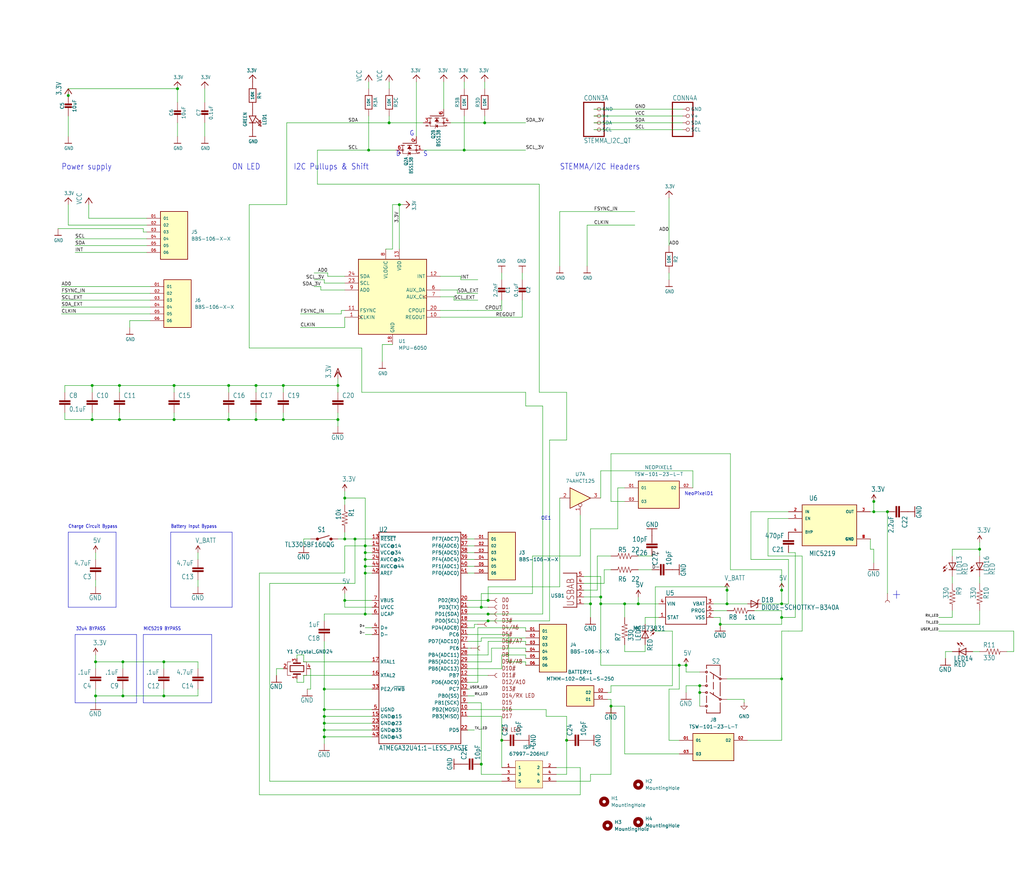
<source format=kicad_sch>
(kicad_sch (version 20231120) (generator "eeschema") (generator_version "8.0")
  (paper "User" 381 330.2)
  (junction (at 210.82 275.59))
  (junction (at 128.27 200.66))
  (junction (at 125.73 143.51))
  (junction (at 179.07 226.06))
  (junction (at 105.41 156.21))
  (junction (at 132.08 200.66))
  (junction (at 260.35 257.81))
  (junction (at 135.89 205.74))
  (junction (at 223.52 222.25))
  (junction (at 223.52 224.79))
  (junction (at 105.41 143.51))
  (junction (at 120.65 256.54))
  (junction (at 181.61 228.6))
  (junction (at 44.45 143.51))
  (junction (at 128.27 223.52))
  (junction (at 364.49 204.47))
  (junction (at 181.61 223.52))
  (junction (at 125.73 156.21))
  (junction (at 227.33 262.89))
  (junction (at 35.56 246.38))
  (junction (at 237.49 224.79))
  (junction (at 64.77 156.21))
  (junction (at 255.27 247.65))
  (junction (at 135.89 213.36))
  (junction (at 66.04 33.02))
  (junction (at 290.83 252.73))
  (junction (at 45.72 259.08))
  (junction (at 180.34 45.72))
  (junction (at 290.83 229.87))
  (junction (at 120.65 264.16))
  (junction (at 25.4 35.56))
  (junction (at 330.2 190.5))
  (junction (at 60.96 259.08))
  (junction (at 135.89 210.82))
  (junction (at 270.51 224.79))
  (junction (at 232.41 224.79))
  (junction (at 95.25 156.21))
  (junction (at 135.89 208.28))
  (junction (at 34.29 143.51))
  (junction (at 95.25 143.51))
  (junction (at 85.09 156.21))
  (junction (at 85.09 143.51))
  (junction (at 128.27 185.42))
  (junction (at 148.59 76.2))
  (junction (at 325.12 186.69))
  (junction (at 219.71 224.79))
  (junction (at 181.61 231.14))
  (junction (at 44.45 156.21))
  (junction (at 135.89 203.2))
  (junction (at 120.65 269.24))
  (junction (at 290.83 219.71))
  (junction (at 325.12 190.5))
  (junction (at 270.51 219.71))
  (junction (at 260.35 255.27))
  (junction (at 35.56 259.08))
  (junction (at 120.65 266.7))
  (junction (at 120.65 271.78))
  (junction (at 45.72 246.38))
  (junction (at 252.73 247.65))
  (junction (at 144.78 45.72))
  (junction (at 137.16 55.88))
  (junction (at 60.96 246.38))
  (junction (at 120.65 274.32))
  (junction (at 179.07 284.48))
  (junction (at 64.77 143.51))
  (junction (at 186.69 275.59))
  (junction (at 34.29 156.21))
  (junction (at 172.72 55.88))
  (junction (at 290.83 224.79))
  (junction (at 267.97 232.41))
  (junction (at 135.89 228.6))
  (wire (pts (xy 182.88 241.3) (xy 182.88 246.38)))
  (wire (pts (xy 270.51 219.71) (xy 270.51 224.79)) (stroke (width 0.1524)))
  (wire (pts (xy 237.49 212.09) (xy 242.57 212.09)) (stroke (width 0.1524)))
  (wire (pts (xy 232.41 242.57) (xy 240.03 242.57)) (stroke (width 0.1524)))
  (wire (pts (xy 25.4 43.18) (xy 25.4 50.8)) (stroke (width 0.1524)))
  (wire (pts (xy 203.2 266.7) (xy 210.82 266.7)))
  (wire (pts (xy 120.65 256.54) (xy 120.65 264.16)) (stroke (width 0.1524)))
  (wire (pts (xy 179.07 284.48) (xy 179.07 288.29)))
  (wire (pts (xy 323.85 200.66) (xy 323.85 204.47)))
  (wire (pts (xy 173.99 254) (xy 177.8 254)))
  (wire (pts (xy 157.48 45.72) (xy 144.78 45.72)) (stroke (width 0.1524)))
  (wire (pts (xy 113.03 251.46) (xy 113.03 254)) (stroke (width 0.1524)))
  (wire (pts (xy 270.51 227.33) (xy 265.43 227.33)) (stroke (width 0.1524)))
  (wire (pts (xy 227.33 168.91) (xy 271.78 168.91)))
  (wire (pts (xy 165.1 40.64) (xy 165.1 30.48)) (stroke (width 0.1524)))
  (wire (pts (xy 127 115.57) (xy 127 116.84)) (stroke (width 0.1524)))
  (wire (pts (xy 25.4 83.82) (xy 25.4 76.2)) (stroke (width 0.1524)))
  (wire (pts (xy 73.66 256.54) (xy 73.66 259.08)) (stroke (width 0.1524)))
  (wire (pts (xy 147.32 55.88) (xy 137.16 55.88)) (stroke (width 0.1524)))
  (wire (pts (xy 24.13 146.05) (xy 24.13 143.51)) (stroke (width 0.1524)))
  (wire (pts (xy 128.27 220.98) (xy 128.27 223.52)) (stroke (width 0.1524)))
  (wire (pts (xy 181.61 238.76) (xy 195.58 238.76)))
  (wire (pts (xy 125.73 143.51) (xy 125.73 140.97)) (stroke (width 0.1524)))
  (wire (pts (xy 44.45 156.21) (xy 44.45 153.67)) (stroke (width 0.1524)))
  (wire (pts (xy 137.16 30.48) (xy 137.16 33.02)) (stroke (width 0.1524)))
  (wire (pts (xy 125.73 153.67) (xy 125.73 156.21)) (stroke (width 0.1524)))
  (wire (pts (xy 201.93 151.13) (xy 201.93 228.6)) (stroke (width 0.1524)))
  (wire (pts (xy 60.96 246.38) (xy 60.96 248.92)) (stroke (width 0.1524)))
  (wire (pts (xy 120.65 274.32) (xy 120.65 276.86)) (stroke (width 0.1524)))
  (wire (pts (xy 105.41 146.05) (xy 105.41 143.51)) (stroke (width 0.1524)))
  (wire (pts (xy 114.3 256.54) (xy 115.57 256.54)))
  (wire (pts (xy 120.65 238.76) (xy 120.65 256.54)) (stroke (width 0.1524)))
  (wire (pts (xy 48.26 119.38) (xy 48.26 121.92)) (stroke (width 0.1524)))
  (wire (pts (xy 138.43 203.2) (xy 135.89 203.2)) (stroke (width 0.1524)))
  (wire (pts (xy 226.06 260.35) (xy 227.33 260.35)) (stroke (width 0.1524)))
  (wire (pts (xy 270.51 252.73) (xy 290.83 252.73)) (stroke (width 0.1524)))
  (wire (pts (xy 260.35 255.27) (xy 260.35 257.81)) (stroke (width 0.1524)))
  (wire (pts (xy 215.9 207.01) (xy 198.12 207.01)))
  (wire (pts (xy 22.86 114.3) (xy 55.88 114.3)) (stroke (width 0.1524)))
  (wire (pts (xy 325.12 204.47) (xy 325.12 209.55)))
  (wire (pts (xy 176.53 233.68) (xy 176.53 232.41)))
  (wire (pts (xy 217.17 222.25) (xy 223.52 222.25)))
  (wire (pts (xy 173.99 203.2) (xy 176.53 203.2)))
  (wire (pts (xy 148.59 76.2) (xy 146.05 76.2)) (stroke (width 0.1524)))
  (wire (pts (xy 35.56 246.38) (xy 35.56 248.92)) (stroke (width 0.1524)))
  (wire (pts (xy 118.11 55.88) (xy 137.16 55.88)) (stroke (width 0.1524)))
  (wire (pts (xy 204.47 163.83) (xy 204.47 231.14)) (stroke (width 0.1524)))
  (wire (pts (xy 100.33 290.83) (xy 186.69 290.83)) (stroke (width 0.1524)))
  (wire (pts (xy 148.59 76.2) (xy 149.86 76.2)) (stroke (width 0.1524)))
  (wire (pts (xy 120.65 271.78) (xy 120.65 274.32)) (stroke (width 0.1524)))
  (wire (pts (xy 45.72 246.38) (xy 60.96 246.38)) (stroke (width 0.1524)))
  (wire (pts (xy 53.34 85.09) (xy 21.59 85.09)))
  (wire (pts (xy 290.83 227.33) (xy 290.83 229.87)) (stroke (width 0.1524)))
  (wire (pts (xy 53.34 86.36) (xy 53.34 85.09)))
  (wire (pts (xy 260.35 257.81) (xy 260.35 262.89)) (stroke (width 0.1524)))
  (wire (pts (xy 223.52 247.65) (xy 223.52 224.79)) (stroke (width 0.1524)))
  (wire (pts (xy 146.05 76.2) (xy 146.05 92.71)) (stroke (width 0.1524)))
  (wire (pts (xy 115.57 248.92) (xy 115.57 256.54)))
  (wire (pts (xy 179.07 261.62) (xy 179.07 284.48)))
  (wire (pts (xy 179.07 237.49) (xy 195.58 237.49)))
  (polyline (pts (xy 78.74 236.22) (xy 53.34 236.22)) (stroke (width 0.1524) (type solid)))
  (wire (pts (xy 135.89 185.42) (xy 135.89 203.2)) (stroke (width 0.1524)))
  (wire (pts (xy 195.58 238.76) (xy 195.58 240.03)))
  (wire (pts (xy 223.52 175.26) (xy 223.52 185.42)))
  (wire (pts (xy 201.93 151.13) (xy 195.58 151.13)) (stroke (width 0.1524)))
  (wire (pts (xy 85.09 146.05) (xy 85.09 143.51)) (stroke (width 0.1524)))
  (wire (pts (xy 120.65 266.7) (xy 120.65 269.24)) (stroke (width 0.1524)))
  (wire (pts (xy 85.09 156.21) (xy 64.77 156.21)) (stroke (width 0.1524)))
  (wire (pts (xy 210.82 146.05) (xy 210.82 163.83)) (stroke (width 0.1524)))
  (wire (pts (xy 44.45 146.05) (xy 44.45 143.51)) (stroke (width 0.1524)))
  (wire (pts (xy 351.79 242.57) (xy 354.33 242.57)) (stroke (width 0.1524)))
  (wire (pts (xy 96.52 213.36) (xy 96.52 295.91)) (stroke (width 0.1524)))
  (wire (pts (xy 248.92 275.59) (xy 248.92 256.54)))
  (wire (pts (xy 146.05 128.27) (xy 142.24 128.27)) (stroke (width 0.1524)))
  (wire (pts (xy 173.99 228.6) (xy 181.61 228.6)) (stroke (width 0.1524)))
  (polyline (pts (xy 43.18 198.12) (xy 25.4 198.12)) (stroke (width 0.1524) (type solid)))
  (wire (pts (xy 219.71 224.79) (xy 219.71 229.87)))
  (wire (pts (xy 208.28 78.74) (xy 208.28 99.06)) (stroke (width 0.1524)))
  (wire (pts (xy 325.12 185.42) (xy 325.12 186.69)))
  (wire (pts (xy 173.99 210.82) (xy 176.53 210.82)))
  (wire (pts (xy 25.4 33.02) (xy 25.4 35.56)) (stroke (width 0.1524)))
  (wire (pts (xy 298.45 207.01) (xy 298.45 234.95)))
  (wire (pts (xy 168.91 110.49) (xy 168.91 111.76)) (stroke (width 0.1524)))
  (wire (pts (xy 279.4 208.28) (xy 293.37 208.28)))
  (wire (pts (xy 95.25 146.05) (xy 95.25 143.51)) (stroke (width 0.1524)))
  (wire (pts (xy 95.25 143.51) (xy 85.09 143.51)) (stroke (width 0.1524)))
  (wire (pts (xy 113.03 200.66) (xy 113.03 203.2)) (stroke (width 0.1524)))
  (wire (pts (xy 293.37 193.04) (xy 285.75 193.04)))
  (wire (pts (xy 278.13 275.59) (xy 290.83 275.59)))
  (wire (pts (xy 106.68 76.2) (xy 106.68 45.72)) (stroke (width 0.1524)))
  (wire (pts (xy 163.83 115.57) (xy 173.99 115.57)))
  (wire (pts (xy 25.4 83.82) (xy 54.61 83.82)) (stroke (width 0.1524)))
  (wire (pts (xy 295.91 205.74) (xy 295.91 229.87)))
  (wire (pts (xy 195.58 246.38) (xy 195.58 247.65)) (stroke (width 0.1524)))
  (wire (pts (xy 223.52 224.79) (xy 232.41 224.79)) (stroke (width 0.1524)))
  (wire (pts (xy 44.45 156.21) (xy 34.29 156.21)) (stroke (width 0.1524)))
  (wire (pts (xy 290.83 232.41) (xy 290.83 229.87)) (stroke (width 0.1524)))
  (wire (pts (xy 177.8 233.68) (xy 195.58 233.68)))
  (wire (pts (xy 113.03 246.38) (xy 113.03 243.84)) (stroke (width 0.1524)))
  (wire (pts (xy 27.94 88.9) (xy 54.61 88.9)) (stroke (width 0.1524)))
  (polyline (pts (xy 27.94 261.62) (xy 27.94 236.22)) (stroke (width 0.1524) (type solid)))
  (wire (pts (xy 194.31 118.11) (xy 194.31 111.76)) (stroke (width 0.1524)))
  (wire (pts (xy 229.87 181.61) (xy 232.41 181.61)))
  (wire (pts (xy 173.99 251.46) (xy 181.61 251.46)) (stroke (width 0.1524)))
  (wire (pts (xy 34.29 143.51) (xy 24.13 143.51)) (stroke (width 0.1524)))
  (wire (pts (xy 138.43 205.74) (xy 135.89 205.74)) (stroke (width 0.1524)))
  (wire (pts (xy 215.9 191.77) (xy 215.9 207.01)))
  (wire (pts (xy 118.11 55.88) (xy 118.11 68.58)) (stroke (width 0.1524)))
  (wire (pts (xy 135.89 213.36) (xy 138.43 213.36)) (stroke (width 0.1524)))
  (wire (pts (xy 223.52 214.63) (xy 217.17 214.63)))
  (wire (pts (xy 138.43 264.16) (xy 120.65 264.16)) (stroke (width 0.1524)))
  (wire (pts (xy 85.09 143.51) (xy 64.77 143.51)) (stroke (width 0.1524)))
  (wire (pts (xy 180.34 33.02) (xy 180.34 30.48)) (stroke (width 0.1524)))
  (wire (pts (xy 128.27 198.12) (xy 128.27 200.66)) (stroke (width 0.1524)))
  (wire (pts (xy 146.05 92.71) (xy 143.51 92.71)) (stroke (width 0.1524)))
  (wire (pts (xy 377.19 234.95) (xy 349.25 234.95)) (stroke (width 0.1524)))
  (wire (pts (xy 325.12 190.5) (xy 330.2 190.5)))
  (wire (pts (xy 85.09 156.21) (xy 85.09 153.67)) (stroke (width 0.1524)))
  (wire (pts (xy 60.96 246.38) (xy 73.66 246.38)) (stroke (width 0.1524)))
  (wire (pts (xy 198.12 207.01) (xy 198.12 220.98)))
  (wire (pts (xy 179.07 288.29) (xy 186.69 288.29)))
  (wire (pts (xy 354.33 207.01) (xy 354.33 204.47)) (stroke (width 0.1524)))
  (wire (pts (xy 252.73 280.67) (xy 232.41 280.67)))
  (wire (pts (xy 27.94 91.44) (xy 54.61 91.44)) (stroke (width 0.1524)))
  (wire (pts (xy 217.17 219.71) (xy 222.25 219.71)) (stroke (width 0.1524)))
  (wire (pts (xy 243.84 234.95) (xy 243.84 218.44)) (stroke (width 0.1524)))
  (wire (pts (xy 267.97 229.87) (xy 267.97 232.41)) (stroke (width 0.1524)))
  (wire (pts (xy 135.89 203.2) (xy 128.27 203.2)) (stroke (width 0.1524)))
  (wire (pts (xy 144.78 33.02) (xy 144.78 30.48)) (stroke (width 0.1524)))
  (wire (pts (xy 138.43 226.06) (xy 128.27 226.06)))
  (wire (pts (xy 354.33 204.47) (xy 364.49 204.47)) (stroke (width 0.1524)))
  (polyline (pts (xy 25.4 198.12) (xy 25.4 226.06)) (stroke (width 0.1524) (type solid)))
  (wire (pts (xy 173.99 259.08) (xy 176.53 259.08)) (stroke (width 0.1524)))
  (wire (pts (xy 210.82 275.59) (xy 210.82 288.29)))
  (wire (pts (xy 248.92 73.66) (xy 248.92 91.44)) (stroke (width 0.1524)))
  (wire (pts (xy 364.49 201.93) (xy 364.49 204.47)) (stroke (width 0.1524)))
  (wire (pts (xy 232.41 262.89) (xy 227.33 262.89)))
  (wire (pts (xy 377.19 242.57) (xy 377.19 234.95)) (stroke (width 0.1524)))
  (wire (pts (xy 265.43 229.87) (xy 267.97 229.87)) (stroke (width 0.1524)))
  (wire (pts (xy 176.53 232.41) (xy 177.8 232.41)))
  (wire (pts (xy 186.69 243.84) (xy 195.58 243.84)) (stroke (width 0.1524)))
  (wire (pts (xy 163.83 110.49) (xy 168.91 110.49)) (stroke (width 0.1524)))
  (wire (pts (xy 135.89 228.6) (xy 138.43 228.6)) (stroke (width 0.1524)))
  (wire (pts (xy 135.89 213.36) (xy 135.89 228.6)) (stroke (width 0.1524)))
  (wire (pts (xy 100.33 217.17) (xy 100.33 290.83)) (stroke (width 0.1524)))
  (wire (pts (xy 121.92 101.6) (xy 116.84 101.6)) (stroke (width 0.1524)))
  (wire (pts (xy 280.67 227.33) (xy 290.83 227.33)) (stroke (width 0.1524)))
  (wire (pts (xy 134.62 146.05) (xy 195.58 146.05)) (stroke (width 0.1524)))
  (wire (pts (xy 232.41 240.03) (xy 232.41 242.57)) (stroke (width 0.1524)))
  (wire (pts (xy 125.73 143.51) (xy 105.41 143.51)) (stroke (width 0.1524)))
  (wire (pts (xy 217.17 224.79) (xy 219.71 224.79)))
  (wire (pts (xy 219.71 196.85) (xy 219.71 224.79)))
  (wire (pts (xy 237.49 222.25) (xy 237.49 224.79)) (stroke (width 0.1524)))
  (wire (pts (xy 173.99 238.76) (xy 179.07 238.76)))
  (wire (pts (xy 34.29 156.21) (xy 24.13 156.21)) (stroke (width 0.1524)))
  (wire (pts (xy 203.2 264.16) (xy 203.2 266.7)))
  (wire (pts (xy 128.27 213.36) (xy 96.52 213.36)) (stroke (width 0.1524)))
  (wire (pts (xy 64.77 146.05) (xy 64.77 143.51)) (stroke (width 0.1524)))
  (wire (pts (xy 134.62 129.54) (xy 92.71 129.54)) (stroke (width 0.1524)))
  (wire (pts (xy 250.19 234.95) (xy 243.84 234.95)) (stroke (width 0.1524)))
  (wire (pts (xy 364.49 227.33) (xy 364.49 232.41)) (stroke (width 0.1524)))
  (wire (pts (xy 113.03 246.38) (xy 138.43 246.38)) (stroke (width 0.1524)))
  (wire (pts (xy 227.33 168.91) (xy 227.33 186.69)))
  (wire (pts (xy 179.07 226.06) (xy 181.61 226.06)))
  (wire (pts (xy 76.2 45.72) (xy 76.2 50.8)) (stroke (width 0.1524)))
  (wire (pts (xy 173.99 223.52) (xy 181.61 223.52)))
  (wire (pts (xy 232.41 186.69) (xy 227.33 186.69)))
  (wire (pts (xy 198.12 220.98) (xy 179.07 220.98)))
  (wire (pts (xy 237.49 207.01) (xy 242.57 207.01)) (stroke (width 0.1524)))
  (wire (pts (xy 92.71 129.54) (xy 92.71 76.2)) (stroke (width 0.1524)))
  (wire (pts (xy 128.27 105.41) (xy 120.65 105.41)) (stroke (width 0.1524)))
  (wire (pts (xy 171.45 102.87) (xy 171.45 104.14)) (stroke (width 0.1524)))
  (wire (pts (xy 163.83 107.95) (xy 170.18 107.95)) (stroke (width 0.1524)))
  (wire (pts (xy 364.49 232.41) (xy 349.25 232.41)) (stroke (width 0.1524)))
  (wire (pts (xy 220.98 48.26) (xy 254 48.26)) (stroke (width 0.1524)))
  (wire (pts (xy 243.84 218.44) (xy 270.51 218.44)) (stroke (width 0.1524)))
  (wire (pts (xy 226.06 257.81) (xy 227.33 257.81)) (stroke (width 0.1524)))
  (wire (pts (xy 208.28 185.42) (xy 208.28 218.44)))
  (wire (pts (xy 271.78 212.09) (xy 290.83 212.09)))
  (wire (pts (xy 227.33 207.01) (xy 222.25 207.01)) (stroke (width 0.1524)))
  (wire (pts (xy 195.58 233.68) (xy 195.58 234.95)))
  (wire (pts (xy 257.81 175.26) (xy 223.52 175.26)))
  (wire (pts (xy 354.33 229.87) (xy 349.25 229.87)) (stroke (width 0.1524)))
  (wire (pts (xy 34.29 146.05) (xy 34.29 143.51)) (stroke (width 0.1524)))
  (wire (pts (xy 45.72 259.08) (xy 45.72 256.54)) (stroke (width 0.1524)))
  (wire (pts (xy 135.89 203.2) (xy 135.89 205.74)) (stroke (width 0.1524)))
  (wire (pts (xy 33.02 81.28) (xy 54.61 81.28)) (stroke (width 0.1524)))
  (wire (pts (xy 227.33 212.09) (xy 224.79 212.09)) (stroke (width 0.1524)))
  (wire (pts (xy 138.43 251.46) (xy 113.03 251.46)) (stroke (width 0.1524)))
  (wire (pts (xy 113.03 243.84) (xy 110.49 243.84)) (stroke (width 0.1524)))
  (wire (pts (xy 135.89 228.6) (xy 120.65 228.6)) (stroke (width 0.1524)))
  (wire (pts (xy 285.75 193.04) (xy 285.75 207.01)))
  (wire (pts (xy 219.71 288.29) (xy 227.33 288.29)))
  (wire (pts (xy 173.99 246.38) (xy 182.88 246.38)))
  (wire (pts (xy 171.45 104.14) (xy 177.8 104.14)) (stroke (width 0.1524)))
  (wire (pts (xy 236.22 83.82) (xy 218.44 83.82)) (stroke (width 0.1524)))
  (polyline (pts (xy 50.8 261.62) (xy 27.94 261.62)) (stroke (width 0.1524) (type solid)))
  (wire (pts (xy 120.65 269.24) (xy 120.65 271.78)) (stroke (width 0.1524)))
  (wire (pts (xy 270.51 260.35) (xy 276.86 260.35)))
  (wire (pts (xy 210.82 266.7) (xy 210.82 275.59)))
  (wire (pts (xy 186.69 248.92) (xy 186.69 243.84)) (stroke (width 0.1524)))
  (polyline (pts (xy 25.4 226.06) (xy 43.18 226.06)) (stroke (width 0.1524) (type solid)))
  (wire (pts (xy 179.07 220.98) (xy 179.07 226.06)))
  (wire (pts (xy 105.41 156.21) (xy 95.25 156.21)) (stroke (width 0.1524)))
  (wire (pts (xy 210.82 288.29) (xy 207.01 288.29)))
  (wire (pts (xy 163.83 118.11) (xy 194.31 118.11)) (stroke (width 0.1524)))
  (wire (pts (xy 105.41 248.92) (xy 102.87 248.92)) (stroke (width 0.1524)))
  (wire (pts (xy 48.26 119.38) (xy 55.88 119.38)) (stroke (width 0.1524)))
  (wire (pts (xy 364.49 207.01) (xy 364.49 204.47)) (stroke (width 0.1524)))
  (wire (pts (xy 138.43 208.28) (xy 135.89 208.28)) (stroke (width 0.1524)))
  (wire (pts (xy 255.27 247.65) (xy 255.27 250.19)) (stroke (width 0.1524)))
  (wire (pts (xy 125.73 146.05) (xy 125.73 143.51)) (stroke (width 0.1524)))
  (wire (pts (xy 240.03 232.41) (xy 240.03 229.87)) (stroke (width 0.1524)))
  (wire (pts (xy 138.43 274.32) (xy 120.65 274.32)) (stroke (width 0.1524)))
  (wire (pts (xy 128.27 200.66) (xy 125.73 200.66)) (stroke (width 0.1524)))
  (wire (pts (xy 135.89 210.82) (xy 135.89 213.36)) (stroke (width 0.1524)))
  (wire (pts (xy 354.33 214.63) (xy 354.33 217.17)) (stroke (width 0.1524)))
  (wire (pts (xy 64.77 156.21) (xy 64.77 153.67)) (stroke (width 0.1524)))
  (wire (pts (xy 219.71 196.85) (xy 229.87 196.85)))
  (wire (pts (xy 95.25 156.21) (xy 85.09 156.21)) (stroke (width 0.1524)))
  (wire (pts (xy 173.99 226.06) (xy 179.07 226.06)))
  (wire (pts (xy 179.07 238.76) (xy 179.07 237.49)))
  (wire (pts (xy 186.69 266.7) (xy 186.69 275.59)) (stroke (width 0.1524)))
  (wire (pts (xy 118.11 68.58) (xy 200.66 68.58)) (stroke (width 0.1524)))
  (wire (pts (xy 293.37 208.28) (xy 293.37 224.79)))
  (wire (pts (xy 127 115.57) (xy 128.27 115.57)) (stroke (width 0.1524)))
  (wire (pts (xy 45.72 246.38) (xy 45.72 248.92)) (stroke (width 0.1524)))
  (wire (pts (xy 132.08 217.17) (xy 100.33 217.17)) (stroke (width 0.1524)))
  (wire (pts (xy 73.66 205.74) (xy 73.66 208.28)) (stroke (width 0.1524)))
  (wire (pts (xy 354.33 227.33) (xy 354.33 229.87)) (stroke (width 0.1524)))
  (wire (pts (xy 105.41 143.51) (xy 95.25 143.51)) (stroke (width 0.1524)))
  (wire (pts (xy 252.73 247.65) (xy 223.52 247.65)) (stroke (width 0.1524)))
  (polyline (pts (xy 86.36 226.06) (xy 63.5 226.06)) (stroke (width 0.1524) (type solid)))
  (wire (pts (xy 66.04 45.72) (xy 66.04 50.8)) (stroke (width 0.1524)))
  (wire (pts (xy 208.28 78.74) (xy 236.22 78.74)) (stroke (width 0.1524)))
  (wire (pts (xy 290.83 212.09) (xy 290.83 219.71)))
  (wire (pts (xy 173.99 115.57) (xy 186.69 115.57)) (stroke (width 0.1524)))
  (wire (pts (xy 168.91 111.76) (xy 177.8 111.76)) (stroke (width 0.1524)))
  (wire (pts (xy 120.65 105.41) (xy 120.65 104.14)) (stroke (width 0.1524)))
  (wire (pts (xy 35.56 256.54) (xy 35.56 259.08)) (stroke (width 0.1524)))
  (wire (pts (xy 227.33 255.27) (xy 250.19 255.27)) (stroke (width 0.1524)))
  (wire (pts (xy 73.66 246.38) (xy 73.66 248.92)) (stroke (width 0.1524)))
  (wire (pts (xy 22.86 106.68) (xy 55.88 106.68)) (stroke (width 0.1524)))
  (wire (pts (xy 128.27 182.88) (xy 128.27 185.42)) (stroke (width 0.1524)))
  (wire (pts (xy 115.57 200.66) (xy 113.03 200.66)) (stroke (width 0.1524)))
  (polyline (pts (xy 53.34 261.62) (xy 78.74 261.62)) (stroke (width 0.1524) (type solid)))
  (wire (pts (xy 128.27 185.42) (xy 135.89 185.42)) (stroke (width 0.1524)))
  (wire (pts (xy 35.56 215.9) (xy 35.56 218.44)) (stroke (width 0.1524)))
  (wire (pts (xy 255.27 250.19) (xy 260.35 250.19)) (stroke (width 0.1524)))
  (wire (pts (xy 325.12 186.69) (xy 325.12 190.5)))
  (wire (pts (xy 110.49 243.84) (xy 110.49 245.11)) (stroke (width 0.1524)))
  (wire (pts (xy 138.43 266.7) (xy 120.65 266.7)) (stroke (width 0.1524)))
  (wire (pts (xy 22.86 109.22) (xy 55.88 109.22)) (stroke (width 0.1524)))
  (wire (pts (xy 293.37 190.5) (xy 279.4 190.5)))
  (wire (pts (xy 92.71 76.2) (xy 106.68 76.2)) (stroke (width 0.1524)))
  (wire (pts (xy 250.19 255.27) (xy 250.19 234.95)) (stroke (width 0.1524)))
  (wire (pts (xy 24.13 156.21) (xy 24.13 153.67)) (stroke (width 0.1524)))
  (wire (pts (xy 219.71 288.29) (xy 219.71 290.83)))
  (wire (pts (xy 119.38 107.95) (xy 119.38 106.68)) (stroke (width 0.1524)))
  (wire (pts (xy 364.49 214.63) (xy 364.49 217.17)) (stroke (width 0.1524)))
  (wire (pts (xy 60.96 259.08) (xy 60.96 256.54)) (stroke (width 0.1524)))
  (wire (pts (xy 173.99 271.78) (xy 176.53 271.78)) (stroke (width 0.1524)))
  (wire (pts (xy 279.4 190.5) (xy 279.4 208.28)))
  (polyline (pts (xy 27.94 236.22) (xy 50.8 236.22)) (stroke (width 0.1524) (type solid)))
  (wire (pts (xy 186.69 104.14) (xy 186.69 101.6)) (stroke (width 0.1524)))
  (wire (pts (xy 35.56 259.08) (xy 45.72 259.08)) (stroke (width 0.1524)))
  (wire (pts (xy 154.94 50.8) (xy 154.94 30.48)) (stroke (width 0.1524)))
  (wire (pts (xy 252.73 256.54) (xy 252.73 247.65)))
  (wire (pts (xy 173.99 248.92) (xy 186.69 248.92)) (stroke (width 0.1524)))
  (wire (pts (xy 110.49 252.73) (xy 110.49 254)) (stroke (width 0.1524)))
  (wire (pts (xy 330.2 190.5) (xy 330.2 220.98)))
  (wire (pts (xy 227.33 257.81) (xy 227.33 255.27)) (stroke (width 0.1524)))
  (wire (pts (xy 170.18 109.22) (xy 177.8 109.22)) (stroke (width 0.1524)))
  (polyline (pts (xy 43.18 226.06) (xy 43.18 198.12)) (stroke (width 0.1524) (type solid)))
  (wire (pts (xy 195.58 151.13) (xy 195.58 146.05)) (stroke (width 0.1524)))
  (wire (pts (xy 208.28 218.44) (xy 181.61 218.44)))
  (wire (pts (xy 138.43 210.82) (xy 135.89 210.82)) (stroke (width 0.1524)))
  (wire (pts (xy 218.44 83.82) (xy 218.44 99.06)) (stroke (width 0.1524)))
  (wire (pts (xy 223.52 214.63) (xy 223.52 222.25)))
  (wire (pts (xy 255.27 257.81) (xy 255.27 255.27)) (stroke (width 0.1524)))
  (wire (pts (xy 293.37 205.74) (xy 295.91 205.74)))
  (polyline (pts (xy 63.5 226.06) (xy 63.5 198.12)) (stroke (width 0.1524) (type solid)))
  (wire (pts (xy 35.56 259.08) (xy 35.56 261.62)) (stroke (width 0.1524)))
  (wire (pts (xy 173.99 200.66) (xy 176.53 200.66)))
  (wire (pts (xy 180.34 45.72) (xy 195.58 45.72)) (stroke (width 0.1524)))
  (wire (pts (xy 35.56 246.38) (xy 45.72 246.38)) (stroke (width 0.1524)))
  (wire (pts (xy 173.99 233.68) (xy 176.53 233.68)))
  (wire (pts (xy 200.66 68.58) (xy 200.66 146.05)) (stroke (width 0.1524)))
  (wire (pts (xy 189.23 246.38) (xy 189.23 236.22)) (stroke (width 0.1524)))
  (wire (pts (xy 219.71 290.83) (xy 207.01 290.83)))
  (wire (pts (xy 33.02 81.28) (xy 33.02 76.2)) (stroke (width 0.1524)))
  (wire (pts (xy 173.99 243.84) (xy 181.61 243.84)))
  (wire (pts (xy 290.83 252.73) (xy 290.83 251.46)))
  (wire (pts (xy 323.85 204.47) (xy 325.12 204.47)))
  (wire (pts (xy 248.92 256.54) (xy 252.73 256.54)))
  (wire (pts (xy 223.52 222.25) (xy 223.52 224.79)))
  (wire (pts (xy 222.25 219.71) (xy 222.25 207.01)) (stroke (width 0.1524)))
  (wire (pts (xy 186.69 115.57) (xy 186.69 111.76)) (stroke (width 0.1524)))
  (wire (pts (xy 290.83 219.71) (xy 290.83 224.79)))
  (wire (pts (xy 227.33 262.89) (xy 227.33 288.29)))
  (wire (pts (xy 290.83 252.73) (xy 290.83 234.95)) (stroke (width 0.1524)))
  (wire (pts (xy 173.99 241.3) (xy 175.26 241.3)))
  (wire (pts (xy 172.72 43.18) (xy 172.72 55.88)) (stroke (width 0.1524)))
  (wire (pts (xy 125.73 156.21) (xy 125.73 158.75)) (stroke (width 0.1524)))
  (wire (pts (xy 34.29 156.21) (xy 34.29 153.67)) (stroke (width 0.1524)))
  (wire (pts (xy 298.45 234.95) (xy 293.37 234.95)))
  (wire (pts (xy 177.8 254) (xy 177.8 233.68)))
  (wire (pts (xy 35.56 205.74) (xy 35.56 208.28)) (stroke (width 0.1524)))
  (wire (pts (xy 95.25 156.21) (xy 95.25 153.67)) (stroke (width 0.1524)))
  (wire (pts (xy 295.91 229.87) (xy 293.37 229.87)))
  (wire (pts (xy 227.33 260.35) (xy 227.33 262.89)) (stroke (width 0.1524)))
  (wire (pts (xy 96.52 295.91) (xy 215.9 295.91)) (stroke (width 0.1524)))
  (wire (pts (xy 128.27 102.87) (xy 121.92 102.87)) (stroke (width 0.1524)))
  (wire (pts (xy 173.99 266.7) (xy 186.69 266.7)) (stroke (width 0.1524)))
  (wire (pts (xy 25.4 33.02) (xy 66.04 33.02)) (stroke (width 0.1524)))
  (wire (pts (xy 229.87 196.85) (xy 229.87 181.61)))
  (wire (pts (xy 290.83 229.87) (xy 293.37 229.87)) (stroke (width 0.1524)))
  (wire (pts (xy 240.03 242.57) (xy 240.03 240.03)) (stroke (width 0.1524)))
  (wire (pts (xy 173.99 231.14) (xy 181.61 231.14)) (stroke (width 0.1524)))
  (wire (pts (xy 64.77 156.21) (xy 44.45 156.21)) (stroke (width 0.1524)))
  (wire (pts (xy 138.43 269.24) (xy 120.65 269.24)) (stroke (width 0.1524)))
  (wire (pts (xy 22.86 116.84) (xy 55.88 116.84)) (stroke (width 0.1524)))
  (polyline (pts (xy 86.36 198.12) (xy 86.36 226.06)) (stroke (width 0.1524) (type solid)))
  (wire (pts (xy 138.43 233.68) (xy 135.89 233.68)) (stroke (width 0.1524)))
  (wire (pts (xy 138.43 236.22) (xy 135.89 236.22)) (stroke (width 0.1524)))
  (wire (pts (xy 102.87 248.92) (xy 102.87 251.46)) (stroke (width 0.1524)))
  (wire (pts (xy 267.97 232.41) (xy 290.83 232.41)) (stroke (width 0.1524)))
  (wire (pts (xy 271.78 168.91) (xy 271.78 212.09)))
  (wire (pts (xy 53.34 86.36) (xy 54.61 86.36)))
  (wire (pts (xy 195.58 241.3) (xy 182.88 241.3)))
  (polyline (pts (xy 53.34 236.22) (xy 53.34 261.62)) (stroke (width 0.1524) (type solid)))
  (wire (pts (xy 134.62 146.05) (xy 134.62 129.54)) (stroke (width 0.1524)))
  (wire (pts (xy 128.27 118.11) (xy 128.27 121.92)) (stroke (width 0.1524)))
  (wire (pts (xy 186.69 275.59) (xy 186.69 285.75)) (stroke (width 0.1524)))
  (wire (pts (xy 128.27 107.95) (xy 119.38 107.95)) (stroke (width 0.1524)))
  (wire (pts (xy 290.83 275.59) (xy 290.83 252.73)))
  (wire (pts (xy 181.61 218.44) (xy 181.61 223.52)))
  (wire (pts (xy 323.85 190.5) (xy 325.12 190.5)))
  (wire (pts (xy 121.92 102.87) (xy 121.92 101.6)) (stroke (width 0.1524)))
  (wire (pts (xy 374.65 242.57) (xy 377.19 242.57)) (stroke (width 0.1524)))
  (wire (pts (xy 180.34 43.18) (xy 180.34 45.72)) (stroke (width 0.1524)))
  (wire (pts (xy 125.73 156.21) (xy 105.41 156.21)) (stroke (width 0.1524)))
  (wire (pts (xy 173.99 205.74) (xy 176.53 205.74)))
  (wire (pts (xy 351.79 245.11) (xy 351.79 242.57)) (stroke (width 0.1524)))
  (wire (pts (xy 135.89 205.74) (xy 135.89 208.28)) (stroke (width 0.1524)))
  (wire (pts (xy 232.41 224.79) (xy 232.41 229.87)) (stroke (width 0.1524)))
  (wire (pts (xy 128.27 226.06) (xy 128.27 223.52)))
  (wire (pts (xy 157.48 55.88) (xy 172.72 55.88)) (stroke (width 0.1524)))
  (wire (pts (xy 257.81 181.61) (xy 257.81 175.26)))
  (wire (pts (xy 254 45.72) (xy 220.98 45.72)) (stroke (width 0.1524)))
  (wire (pts (xy 144.78 43.18) (xy 144.78 45.72)) (stroke (width 0.1524)))
  (wire (pts (xy 232.41 224.79) (xy 237.49 224.79)) (stroke (width 0.1524)))
  (wire (pts (xy 127 116.84) (xy 111.76 116.84)) (stroke (width 0.1524)))
  (wire (pts (xy 195.58 241.3) (xy 195.58 242.57)))
  (wire (pts (xy 138.43 256.54) (xy 120.65 256.54)) (stroke (width 0.1524)))
  (wire (pts (xy 255.27 247.65) (xy 252.73 247.65)) (stroke (width 0.1524)))
  (wire (pts (xy 173.99 213.36) (xy 176.53 213.36)))
  (wire (pts (xy 172.72 33.02) (xy 172.72 30.48)) (stroke (width 0.1524)))
  (wire (pts (xy 290.83 224.79) (xy 283.21 224.79)) (stroke (width 0.1524)))
  (wire (pts (xy 215.9 285.75) (xy 207.01 285.75)) (stroke (width 0.1524)))
  (wire (pts (xy 119.38 106.68) (xy 116.84 106.68)) (stroke (width 0.1524)))
  (wire (pts (xy 35.56 243.84) (xy 35.56 246.38)) (stroke (width 0.1524)))
  (wire (pts (xy 265.43 224.79) (xy 270.51 224.79)) (stroke (width 0.1524)))
  (wire (pts (xy 148.59 76.2) (xy 148.59 92.71)) (stroke (width 0.1524)))
  (wire (pts (xy 215.9 295.91) (xy 215.9 285.75)) (stroke (width 0.1524)))
  (wire (pts (xy 200.66 146.05) (xy 210.82 146.05)) (stroke (width 0.1524)))
  (wire (pts (xy 220.98 43.18) (xy 254 43.18)) (stroke (width 0.1524)))
  (wire (pts (xy 128.27 200.66) (xy 132.08 200.66)) (stroke (width 0.1524)))
  (wire (pts (xy 240.03 229.87) (xy 245.11 229.87)) (stroke (width 0.1524)))
  (wire (pts (xy 167.64 45.72) (xy 180.34 45.72)) (stroke (width 0.1524)))
  (wire (pts (xy 106.68 45.72) (xy 144.78 45.72)) (stroke (width 0.1524)))
  (wire (pts (xy 135.89 208.28) (xy 135.89 210.82)) (stroke (width 0.1524)))
  (wire (pts (xy 173.99 261.62) (xy 179.07 261.62)))
  (wire (pts (xy 276.86 260.35) (xy 276.86 261.62)))
  (wire (pts (xy 163.83 102.87) (xy 171.45 102.87)) (stroke (width 0.1524)))
  (wire (pts (xy 128.27 223.52) (xy 138.43 223.52)) (stroke (width 0.1524)))
  (wire (pts (xy 76.2 33.02) (xy 76.2 38.1)) (stroke (width 0.1524)))
  (wire (pts (xy 120.65 228.6) (xy 120.65 231.14)) (stroke (width 0.1524)))
  (wire (pts (xy 172.72 55.88) (xy 195.58 55.88)) (stroke (width 0.1524)))
  (wire (pts (xy 195.58 243.84) (xy 195.58 245.11)))
  (wire (pts (xy 237.49 224.79) (xy 245.11 224.79)) (stroke (width 0.1524)))
  (polyline (pts (xy 50.8 236.22) (xy 50.8 261.62)) (stroke (width 0.1524) (type solid)))
  (wire (pts (xy 120.65 104.14) (xy 116.84 104.14)) (stroke (width 0.1524)))
  (wire (pts (xy 138.43 271.78) (xy 120.65 271.78)) (stroke (width 0.1524)))
  (wire (pts (xy 137.16 43.18) (xy 137.16 55.88)) (stroke (width 0.1524)))
  (wire (pts (xy 105.41 156.21) (xy 105.41 153.67)) (stroke (width 0.1524)))
  (wire (pts (xy 173.99 256.54) (xy 174.752 256.54)) (stroke (width 0.1524)))
  (wire (pts (xy 128.27 185.42) (xy 128.27 187.96)) (stroke (width 0.1524)))
  (wire (pts (xy 64.77 143.51) (xy 44.45 143.51)) (stroke (width 0.1524)))
  (wire (pts (xy 22.86 111.76) (xy 55.88 111.76)) (stroke (width 0.1524)))
  (wire (pts (xy 189.23 236.22) (xy 173.99 236.22)) (stroke (width 0.1524)))
  (wire (pts (xy 217.17 217.17) (xy 224.79 217.17)))
  (polyline (pts (xy 63.5 198.12) (xy 86.36 198.12)) (stroke (width 0.1524) (type solid)))
  (polyline (pts (xy 78.74 261.62) (xy 78.74 236.22)) (stroke (width 0.1524) (type solid)))
  (wire (pts (xy 290.83 234.95) (xy 293.37 234.95)) (stroke (width 0.1524)))
  (wire (pts (xy 113.03 254) (xy 110.49 254)) (stroke (width 0.1524)))
  (wire (pts (xy 44.45 143.51) (xy 34.29 143.51)) (stroke (width 0.1524)))
  (wire (pts (xy 254 40.64) (xy 220.98 40.64)) (stroke (width 0.1524)))
  (wire (pts (xy 224.79 212.09) (xy 224.79 217.17)) (stroke (width 0.1524)))
  (wire (pts (xy 361.95 242.57) (xy 364.49 242.57)) (stroke (width 0.1524)))
  (wire (pts (xy 270.51 218.44) (xy 270.51 219.71)) (stroke (width 0.1524)))
  (wire (pts (xy 132.08 200.66) (xy 138.43 200.66)) (stroke (width 0.1524)))
  (wire (pts (xy 248.92 101.6) (xy 248.92 104.14)) (stroke (width 0.1524)))
  (wire (pts (xy 73.66 215.9) (xy 73.66 218.44)) (stroke (width 0.1524)))
  (wire (pts (xy 290.83 224.79) (xy 293.37 224.79)) (stroke (width 0.1524)))
  (wire (pts (xy 60.96 259.08) (xy 45.72 259.08)) (stroke (width 0.1524)))
  (wire (pts (xy 278.13 224.79) (xy 270.51 224.79)) (stroke (width 0.1524)))
  (wire (pts (xy 204.47 163.83) (xy 210.82 163.83)) (stroke (width 0.1524)))
  (wire (pts (xy 194.31 104.14) (xy 194.31 101.6)) (stroke (width 0.1524)))
  (wire (pts (xy 27.94 93.98) (xy 54.61 93.98)) (stroke (width 0.1524)))
  (wire (pts (xy 181.61 228.6) (xy 201.93 228.6)) (stroke (width 0.1524)))
  (wire (pts (xy 66.04 33.02) (xy 66.04 38.1)) (stroke (width 0.1524)))
  (wire (pts (xy 128.27 203.2) (xy 128.27 213.36)) (stroke (width 0.1524)))
  (wire (pts (xy 120.65 264.16) (xy 120.65 266.7)) (stroke (width 0.1524)))
  (wire (pts (xy 232.41 280.67) (xy 232.41 262.89)))
  (wire (pts (xy 285.75 207.01) (xy 298.45 207.01)))
  (wire (pts (xy 252.73 275.59) (xy 248.92 275.59)))
  (wire (pts (xy 195.58 246.38) (xy 189.23 246.38)) (stroke (width 0.1524)))
  (wire (pts (xy 255.27 255.27) (xy 260.35 255.27)) (stroke (width 0.1524)))
  (wire (pts (xy 173.99 208.28) (xy 176.53 208.28)))
  (wire (pts (xy 128.27 121.92) (xy 111.76 121.92)) (stroke (width 0.1524)))
  (wire (pts (xy 181.61 243.84) (xy 181.61 238.76)))
  (wire (pts (xy 132.08 200.66) (xy 132.08 217.17)) (stroke (width 0.1524)))
  (wire (pts (xy 170.18 107.95) (xy 170.18 109.22)) (stroke (width 0.1524)))
  (wire (pts (xy 73.66 259.08) (xy 60.96 259.08)) (stroke (width 0.1524)))
  (wire (pts (xy 181.61 231.14) (xy 204.47 231.14)) (stroke (width 0.1524)))
  (wire (pts (xy 142.24 128.27) (xy 142.24 134.62)) (stroke (width 0.1524)))
  (wire (pts (xy 203.2 264.16) (xy 173.99 264.16)))
  (text "G" (at 152.4 50.8 0) (effects (font (size 1.778 1.5113)) (justify left bottom)))
  (text "Power supply" (at 22.86 63.5 0) (effects (font (size 2.1844 1.8567)) (justify left bottom)))
  (text "ON LED" (at 86.36 63.5 0) (effects (font (size 2.1844 1.8567)) (justify left bottom)))
  (text "D" (at 147.32 58.42 0) (effects (font (size 1.778 1.5113)) (justify left bottom)))
  (text "I2C Pullups & Shift" (at 109.22 63.5 0) (effects (font (size 2.1844 1.8567)) (justify left bottom)))
  (text "+" (at 331.47 223.52 0) (effects (font (size 3.81 3.2385)) (justify left bottom)))
  (text "OE1" (at 203.2 193.04 0) (effects (font (size 1.27 1.27))))
  (text "S" (at 157.48 58.42 0) (effects (font (size 1.778 1.5113)) (justify left bottom)))
  (text "NeoPixelD1\n" (at 260.096 183.896 0) (effects (font (size 1.27 1.27))))
  (text "32u4 BYPASS" (at 28.194 234.95 0) (effects (font (size 1.27 1.0795)) (justify left bottom)))
  (text "Charge Circuit Bypass" (at 25.4 196.85 0) (effects (font (size 1.27 1.0795)) (justify left bottom)))
  (text "Battery Input Bypass" (at 63.5 196.85 0) (effects (font (size 1.27 1.0795)) (justify left bottom)))
  (text "STEMMA/I2C Headers" (at 208.28 63.5 0) (effects (font (size 2.1844 1.8567)) (justify left bottom)))
  (text "MIC5219 BYPASS" (at 53.34 234.95 0) (effects (font (size 1.27 1.0795)) (justify left bottom)))
  (label "SCL" (at 236.22 48.26 0) (effects (font (size 1.2446 1.2446))))
  (label "GND" (at 236.22 40.64 0) (effects (font (size 1.2446 1.2446))))
  (label "SCL" (at 129.54 55.88 0) (effects (font (size 1.2446 1.2446))))
  (label "FSYNC_IN" (at 220.98 78.74 0) (effects (font (size 1.2446 1.2446))))
  (label "SCL_EXT" (at 22.86 111.76 0) (effects (font (size 1.2446 1.2446))))
  (label "D+" (at 135.89 233.68 180) (effects (font (size 0.889 0.889))))
  (label "CLKIN" (at 220.98 83.82 0) (effects (font (size 1.2446 1.2446))))
  (label "SDA_EXT" (at 170.18 109.22 0) (effects (font (size 1.2446 1.2446))))
  (label "AD0" (at 248.92 91.44 0) (effects (font (size 1.2446 1.2446))))
  (label "SCL_EXT" (at 168.91 111.76 0) (effects (font (size 1.2446 1.2446))))
  (label "SDA" (at 129.54 45.72 0) (effects (font (size 1.2446 1.2446))))
  (label "SDA" (at 27.94 91.44 0) (effects (font (size 1.2446 1.2446))))
  (label "FSYNC_IN" (at 111.76 116.84 0) (effects (font (size 1.2446 1.2446))))
  (label "CLKIN" (at 22.86 116.84 0) (effects (font (size 1.2446 1.2446))))
  (label "AD0" (at 248.92 86.36 180) (effects (font (size 1.2446 1.2446))))
  (label "RX_LED" (at 176.53 259.08 0) (effects (font (size 0.889 0.889))))
  (label "SDA_3V" (at 119.38 106.68 180) (effects (font (size 1.2446 1.2446))))
  (label "SCL" (at 27.94 88.9 0) (effects (font (size 1.2446 1.2446))))
  (label "TX_LED" (at 349.25 232.41 180) (effects (font (size 0.889 0.889))))
  (label "USER_LED" (at 174.752 256.54 0) (effects (font (size 0.889 0.889))))
  (label "CLKIN" (at 111.76 121.92 0) (effects (font (size 1.2446 1.2446))))
  (label "TX_LED" (at 176.53 271.78 0) (effects (font (size 0.889 0.889))))
  (label "D-" (at 135.89 236.22 180) (effects (font (size 0.889 0.889))))
  (label "SDA_EXT" (at 22.86 114.3 0) (effects (font (size 1.2446 1.2446))))
  (label "SCL_3V" (at 195.58 55.88 0) (effects (font (size 1.2446 1.2446))))
  (label "AD0" (at 121.92 101.6 180) (effects (font (size 1.2446 1.2446))))
  (label "D-" (at 242.57 212.09 0) (effects (font (size 1.2446 1.2446))))
  (label "VCC" (at 236.22 43.18 0) (effects (font (size 1.2446 1.2446))))
  (label "INT" (at 171.45 104.14 0) (effects (font (size 1.2446 1.2446))))
  (label "RX_LED" (at 349.25 229.87 180) (effects (font (size 0.889 0.889))))
  (label "SCL_3V" (at 120.65 104.14 180) (effects (font (size 1.2446 1.2446))))
  (label "D+" (at 242.57 207.01 0) (effects (font (size 1.2446 1.2446))))
  (label "SDA_3V" (at 195.58 45.72 0) (effects (font (size 1.2446 1.2446))))
  (label "3.3V" (at 148.59 78.74 270) (effects (font (size 1.2446 1.2446))))
  (label "REGOUT" (at 191.77 118.11 180) (effects (font (size 1.2446 1.2446))))
  (label "CPOUT" (at 186.69 115.57 180) (effects (font (size 1.2446 1.2446))))
  (label "USER_LED" (at 349.25 234.95 180) (effects (font (size 0.889 0.889))))
  (label "FSYNC_IN" (at 22.86 109.22 0) (effects (font (size 1.2446 1.2446))))
  (label "INT" (at 27.94 93.98 0) (effects (font (size 1.2446 1.2446))))
  (label "AD0" (at 22.86 106.68 0) (effects (font (size 1.2446 1.2446))))
  (label "SDA" (at 236.22 45.72 0) (effects (font (size 1.2446 1.2446))))
  (symbol (lib_id "lightwand-eagle-import:SEWTAP9") (at 184.15 251.46 0) (unit 1)
    (property "Reference" "PB7" (effects (hide yes)))
    (property "Value" "SEWTAP9" (effects (hide yes)))
    (property "Footprint" "TestPoint_Pad_1.5x1.5mm" (effects (hide yes)))
    (property "NO_PART" "1" (effects (hide yes)))
  )
  (symbol (lib_id "lightwand-eagle-import:SparkFun-Resistors_RESISTOR0603-RES") (at 354.33 222.25 270) (unit 1)
    (property "Reference" "R9" (at 355.8286 218.44 0) (effects (font (size 1.778 1.5113)) (justify left bottom)))
    (property "Value" "330" (at 351.028 218.44 0) (effects (font (size 1.778 1.5113)) (justify left bottom)))
    (property "Footprint" "Resistor_SMD:R_0201_0603Metric_Pad0.64x0.40mm_HandSolder" (effects (hide yes)))
    (property "PROD_ID" "RES-00818" (effects (hide yes)))
  )
  (symbol (lib_id "lightwand-eagle-import:GND") (at 267.97 234.95 0) (unit 1)
    (property "Reference" "#GND011" (effects (hide yes)))
    (property "Value" "GND" (at 265.43 237.49 0) (effects (font (size 1.778 1.5113)) (justify left bottom)))
  )
  (symbol (lib_id "lightwand-eagle-import:GND") (at 340.36 190.5 90) (unit 1)
    (property "Reference" "#GND015" (effects (hide yes)))
    (property "Value" "GND" (at 342.9 193.04 0) (effects (font (size 1.778 1.5113)) (justify left bottom)))
  )
  (symbol (lib_id "lightwand-eagle-import:microbuilder_GND") (at 21.59 87.63 0) (unit 1)
    (property "Reference" "#U$029" (effects (hide yes)))
    (property "Value" "GND" (at 20.066 90.17 0) (effects (font (size 1.27 1.0795)) (justify left bottom)))
  )
  (symbol (lib_id "lightwand-eagle-import:CAP_CERAMIC0603_NO") (at 194.31 106.68 180) (unit 1)
    (property "Reference" "C2" (at 196.6 107.93 90))
    (property "Value" "0.1uF" (at 192.01 107.93 90))
    (property "Footprint" "Capacitor_SMD:C_0201_0603Metric_Pad0.64x0.40mm_HandSolder" (effects (hide yes)))
  )
  (symbol (lib_id "lightwand-eagle-import:C-EUC0603") (at 95.25 148.59 0) (unit 1)
    (property "Reference" "C17" (at 96.774 148.209 0) (effects (font (size 1.778 1.5113)) (justify left bottom)))
    (property "Value" "C-EUC0603" (effects (hide yes)))
    (property "Footprint" "Capacitor_SMD:C_0201_0603Metric_Pad0.64x0.40mm_HandSolder" (effects (hide yes)))
  )
  (symbol (lib_id "lightwand-eagle-import:RESISTOR_0603_NOOUT") (at 93.98 35.56 270) (unit 1)
    (property "Reference" "R4" (at 96.52 35.56 0))
    (property "Value" "10K" (at 93.98 35.56 0) (effects (font (size 1.016 1.016) (bold yes))))
    (property "Footprint" "Resistor_SMD:R_0201_0603Metric_Pad0.64x0.40mm_HandSolder" (effects (hide yes)))
  )
  (symbol (lib_id "lightwand-eagle-import:LED0603") (at 354.33 209.55 0) (unit 1)
    (property "Reference" "LED13" (at 357.886 214.122 90) (effects (font (size 1.778 1.5113)) (justify left bottom)))
    (property "Value" "RED" (at 360.045 214.122 90) (effects (font (size 1.778 1.5113)) (justify left bottom)))
    (property "Footprint" "LED_SMD:LED_1206_3216Metric_Pad1.42x1.75mm_HandSolder" (effects (hide yes)))
    (property "PROD_ID" "DIO-00819" (effects (hide yes)))
  )
  (symbol (lib_id "lightwand-eagle-import:CAP_CERAMIC0603_NO") (at 76.2 43.18 0) (unit 1)
    (property "Reference" "C7" (at 73.91 41.93 90))
    (property "Value" "0.1uF" (at 78.5 41.93 90))
    (property "Footprint" "Capacitor_SMD:C_0201_0603Metric_Pad0.64x0.40mm_HandSolder" (effects (hide yes)))
  )
  (symbol (lib_id "lightwand-eagle-import:LED0603_NOOUTLINE") (at 93.98 45.72 270) (unit 1)
    (property "Reference" "LED1" (at 98.425 44.45 0) (effects (font (size 1.27 1.0795))))
    (property "Value" "GREEN" (at 91.186 44.45 0) (effects (font (size 1.27 1.0795))))
    (property "Footprint" "LED_SMD:LED_1206_3216Metric_Pad1.42x1.75mm_HandSolder" (effects (hide yes)))
  )
  (symbol (lib_id "lightwand-eagle-import:SEWTAP9") (at 184.15 231.14 0) (unit 1)
    (property "Reference" "SCL1" (effects (hide yes)))
    (property "Value" "SEWTAP9" (effects (hide yes)))
    (property "Footprint" "TestPoint_Pad_1.5x1.5mm" (effects (hide yes)))
    (property "NO_PART" "1" (effects (hide yes)))
  )
  (symbol (lib_id "lightwand-eagle-import:VCC") (at 25.4 33.02 0) (unit 1)
    (property "Reference" "#P+03" (effects (hide yes)))
    (property "Value" "3.3V" (at 22.86 35.56 90) (effects (font (size 1.778 1.5113)) (justify left bottom)))
  )
  (symbol (lib_id "lightwand-eagle-import:microbuilder_GND") (at 76.2 53.34 0) (unit 1)
    (property "Reference" "#U$028" (effects (hide yes)))
    (property "Value" "GND" (at 74.676 55.88 0) (effects (font (size 1.27 1.0795)) (justify left bottom)))
  )
  (symbol (lib_id "lightwand-eagle-import:C-EUC0603") (at 85.09 148.59 0) (unit 1)
    (property "Reference" "C16" (at 86.614 148.209 0) (effects (font (size 1.778 1.5113)) (justify left bottom)))
    (property "Value" "C-EUC0603" (effects (hide yes)))
    (property "Footprint" "Capacitor_SMD:C_0201_0603Metric_Pad0.64x0.40mm_HandSolder" (effects (hide yes)))
  )
  (symbol (lib_id "my_library:BBS-106-X-X") (at 186.69 205.74 0) (unit 1)
    (property "Reference" "J3" (at 193.04 205.7399 0) (effects (justify left)))
    (property "Value" "BBS-106-X-X" (at 193.04 208.2799 0) (effects (justify left)))
    (property "Footprint" "BBS-106-X-X" (effects (hide yes)))
    (property "MF" "Samtec" (effects (hide yes)))
    (property "Description_1" "\nBBS - Samtec 2.54mm Single Row Screw Machine Terminal Strip / Header - Fast Stock\n" (effects (hide yes)))
    (property "Package" "None" (effects (hide yes)))
    (property "Price" "None" (effects (hide yes)))
    (property "Check_prices" "https://www.snapeda.com/parts/BBS-106-T-A/Samtec/view-part/?ref=eda" (effects (hide yes)))
    (property "STANDARD" "Manufacturer Recommendations" (effects (hide yes)))
    (property "PARTREV" "A" (effects (hide yes)))
    (property "SnapEDA_Link" "https://www.snapeda.com/parts/BBS-106-T-A/Samtec/view-part/?ref=snap" (effects (hide yes)))
    (property "MP" "BBS-106-T-A" (effects (hide yes)))
    (property "Availability" "In Stock" (effects (hide yes)))
    (property "MANUFACTURER" "Samtec" (effects (hide yes)))
  )
  (symbol (lib_id "lightwand-eagle-import:microbuilder_GND") (at 48.26 124.46 0) (unit 1)
    (property "Reference" "#U$018" (effects (hide yes)))
    (property "Value" "GND" (at 46.736 127 0) (effects (font (size 1.27 1.0795)) (justify left bottom)))
  )
  (symbol (lib_id "lightwand-eagle-import:microbuilder_GND") (at 248.92 106.68 0) (unit 1)
    (property "Reference" "#U$06" (effects (hide yes)))
    (property "Value" "GND" (at 247.396 109.22 0) (effects (font (size 1.27 1.0795)) (justify left bottom)))
  )
  (symbol (lib_id "lightwand-eagle-import:CAP0603-CAP") (at 191.77 275.59 90) (unit 1)
    (property "Reference" "C23" (at 188.849 274.066 0) (effects (font (size 1.778 1.5113)) (justify left bottom)))
    (property "Value" "10pF" (at 193.929 274.066 0) (effects (font (size 1.778 1.5113)) (justify left bottom)))
    (property "Footprint" "Capacitor_SMD:C_0402_1005Metric" (effects (hide yes)))
  )
  (symbol (lib_id "lightwand-eagle-import:CAP_CERAMIC0805-NOOUTLINE") (at 66.04 43.18 0) (unit 1)
    (property "Reference" "C6" (at 63.75 41.93 90))
    (property "Value" "10uF" (at 68.34 41.93 90))
    (property "Footprint" "Capacitor_SMD:C_0805_2012Metric_Pad1.18x1.45mm_HandSolder" (effects (hide yes)))
  )
  (symbol (lib_id "lightwand-eagle-import:CAP0603-CAP") (at 332.74 190.5 270) (unit 1)
    (property "Reference" "C22" (at 335.661 192.024 0) (effects (font (size 1.778 1.5113)) (justify left bottom)))
    (property "Value" "2.2uF" (at 330.581 192.024 0) (effects (font (size 1.778 1.5113)) (justify left bottom)))
    (property "Footprint" "Capacitor_SMD:C_0402_1005Metric" (effects (hide yes)))
  )
  (symbol (lib_id "lightwand-eagle-import:C-EUC0603") (at 24.13 148.59 0) (unit 1)
    (property "Reference" "C8" (at 25.654 148.209 0) (effects (font (size 1.778 1.5113)) (justify left bottom)))
    (property "Value" "0.1uF" (at 25.654 153.289 0) (effects (font (size 1.778 1.5113)) (justify left bottom)))
    (property "Footprint" "Capacitor_SMD:C_0201_0603Metric_Pad0.64x0.40mm_HandSolder" (effects (hide yes)))
  )
  (symbol (lib_id "my_library:TSW-101-23-L-T") (at 245.11 184.15 0) (unit 1)
    (property "Reference" "NEOPIXEL1" (at 245.11 173.99 0))
    (property "Value" "TSW-101-23-L-T" (at 245.11 176.53 0))
    (property "Footprint" "TSW-101-23-L-T" (effects (hide yes)))
    (property "MF" "Samtec" (effects (hide yes)))
    (property "Description_1" "\nConnector Header Through Hole 3 position -\n" (effects (hide yes)))
    (property "Package" "None" (effects (hide yes)))
    (property "Price" "None" (effects (hide yes)))
    (property "Check_prices" "https://www.snapeda.com/parts/TSW-101-23-L-T/Samtec/view-part/?ref=eda" (effects (hide yes)))
    (property "STANDARD" "Manufacturer Recommendations" (effects (hide yes)))
    (property "PARTREV" "R" (effects (hide yes)))
    (property "SnapEDA_Link" "https://www.snapeda.com/parts/TSW-101-23-L-T/Samtec/view-part/?ref=snap" (effects (hide yes)))
    (property "MP" "TSW-101-23-L-T" (effects (hide yes)))
    (property "Availability" "In Stock" (effects (hide yes)))
    (property "MANUFACTURER" "Samtec" (effects (hide yes)))
  )
  (symbol (lib_id "lightwand-eagle-import:CAP0603-CAP") (at 60.96 251.46 180) (unit 1)
    (property "Reference" "C12" (at 59.436 254.381 0) (effects (font (size 1.778 1.5113)) (justify left bottom)))
    (property "Value" ".1uF" (at 59.436 249.301 0) (effects (font (size 1.778 1.5113)) (justify left bottom)))
    (property "Footprint" "Capacitor_SMD:C_0201_0603Metric_Pad0.64x0.40mm_HandSolder" (effects (hide yes)))
    (property "PROD_ID" "CAP-00810" (effects (hide yes)))
  )
  (symbol (lib_id "lightwand-eagle-import:USB-ABCONN-11794") (at 212.09 219.71 0) (mirror y) (unit 1)
    (property "Reference" "USB1" (at 207.518 221.742 0))
    (property "Value" "USB-ABCONN-11794" (effects (hide yes)))
    (property "Footprint" "Connector_USB:USB_Micro-AB_Molex_47590-0001" (effects (hide yes)))
  )
  (symbol (lib_id "lightwand-eagle-import:3.3V") (at 128.27 182.88 0) (unit 1)
    (property "Reference" "#P+06" (effects (hide yes)))
    (property "Value" "3.3V" (at 127.254 179.324 0) (effects (font (size 1.778 1.5113)) (justify left bottom)))
  )
  (symbol (lib_id "lightwand-eagle-import:RESISTOR0603-RES") (at 364.49 222.25 270) (unit 1)
    (property "Reference" "R10" (at 365.9886 218.44 0) (effects (font (size 1.778 1.5113)) (justify left bottom)))
    (property "Value" "330" (at 361.188 218.44 0) (effects (font (size 1.778 1.5113)) (justify left bottom)))
    (property "Footprint" "Resistor_SMD:R_0201_0603Metric_Pad0.64x0.40mm_HandSolder" (effects (hide yes)))
    (property "PROD_ID" "RES-00818" (effects (hide yes)))
  )
  (symbol (lib_id "lightwand-eagle-import:3.3V") (at 325.12 186.69 0) (unit 1)
    (property "Reference" "#P+07" (effects (hide yes)))
    (property "Value" "3.3V" (at 324.104 183.134 0) (effects (font (size 1.778 1.5113)) (justify left bottom)))
  )
  (symbol (lib_id "Mechanical:MountingHole") (at 237.49 292.1 0) (unit 1) (exclude_from_sim yes) (in_bom no)
    (property "Reference" "H2" (at 240.03 290.8299 0) (effects (justify left)))
    (property "Value" "MountingHole" (at 240.03 293.3699 0) (effects (justify left)))
    (property "Footprint" "MountingHole:MountingHole_3.2mm_M3" (effects (hide yes)))
    (property "Description" "Mounting Hole without connection" (effects (hide yes)))
  )
  (symbol (lib_id "lightwand-eagle-import:GND") (at 219.71 232.41 0) (unit 1)
    (property "Reference" "#GND08" (effects (hide yes)))
    (property "Value" "GND" (at 217.17 234.95 0) (effects (font (size 1.778 1.5113)) (justify left bottom)))
  )
  (symbol (lib_id "lightwand-eagle-import:GND") (at 325.12 212.09 0) (unit 1)
    (property "Reference" "#GND012" (effects (hide yes)))
    (property "Value" "GND" (at 322.58 214.63 0) (effects (font (size 1.778 1.5113)) (justify left bottom)))
  )
  (symbol (lib_id "lightwand-eagle-import:RESISTOR_4PACK") (at 172.72 38.1 90) (mirror x) (unit 2)
    (property "Reference" "R3" (at 170.18 38.1 0))
    (property "Value" "10K" (at 172.72 38.1 0) (effects (font (size 1.016 1.016) (bold yes))))
    (property "Footprint" "Resistor_SMD:R_Array_Convex_4x0603" (effects (hide yes)))
  )
  (symbol (lib_id "my_library:MTMM-102-06-L-S-250") (at 215.9 260.35 180) (unit 1)
    (property "Reference" "BATTERY1" (at 215.9 250.19 0))
    (property "Value" "MTMM-102-06-L-S-250" (at 215.9 252.73 0))
    (property "Footprint" "MTMM-102-06-L-S-250" (effects (hide yes)))
    (property "MF" "Samtec" (effects (hide yes)))
    (property "Description_1" "\nConnector Header Through Hole 2 position 0.079 (2.00mm)\n" (effects (hide yes)))
    (property "Package" "None" (effects (hide yes)))
    (property "Price" "None" (effects (hide yes)))
    (property "Check_prices" "https://www.snapeda.com/parts/MTMM-102-06-L-S-250/Samtec/view-part/?ref=eda" (effects (hide yes)))
    (property "SnapEDA_Link" "https://www.snapeda.com/parts/MTMM-102-06-L-S-250/Samtec/view-part/?ref=snap" (effects (hide yes)))
    (property "MP" "MTMM-102-06-L-S-250" (effects (hide yes)))
    (property "Purchase-URL" "https://www.snapeda.com/api/url_track_click_mouser/?unipart_id=3471856&manufacturer=Samtec&part_name=MTMM-102-06-L-S-250&search_term=2pin  header" (effects (hide yes)))
    (property "Availability" "In Stock" (effects (hide yes)))
    (property "MANUFACTURER" "SAMTEC" (effects (hide yes)))
  )
  (symbol (lib_id "lightwand-eagle-import:GND") (at 227.33 265.43 0) (unit 1)
    (property "Reference" "#GND09" (effects (hide yes)))
    (property "Value" "GND" (at 224.79 267.97 0) (effects (font (size 1.778 1.5113)) (justify left bottom)))
  )
  (symbol (lib_id "lightwand-eagle-import:microbuilder_3.3V") (at 154.94 27.94 0) (mirror y) (unit 1)
    (property "Reference" "#U$036" (effects (hide yes)))
    (property "Value" "3.3V" (at 156.464 26.924 0) (effects (font (size 1.27 1.0795)) (justify left bottom)))
  )
  (symbol (lib_name "LED0603_2") (lib_id "lightwand-eagle-import:LED0603") (at 359.41 242.57 270) (unit 1)
    (property "Reference" "LED14" (at 354.838 246.126 90) (effects (font (size 1.778 1.5113)) (justify left bottom)))
    (property "Value" "RED" (at 354.838 248.285 90) (effects (font (size 1.778 1.5113)) (justify left bottom)))
    (property "Footprint" "LED_SMD:LED_1206_3216Metric_Pad1.42x1.75mm_HandSolder" (effects (hide yes)))
    (property "PROD_ID" "DIO-00819" (effects (hide yes)))
  )
  (symbol (lib_id "lightwand-eagle-import:RESISTOR_4PACK") (at 137.16 38.1 270) (unit 1)
    (property "Reference" "R3" (at 139.7 38.1 0))
    (property "Value" "10K" (at 137.16 38.1 0) (effects (font (size 1.016 1.016) (bold yes))))
    (property "Footprint" "Resistor_SMD:R_Array_Convex_4x0603" (effects (hide yes)))
  )
  (symbol (lib_id "lightwand-eagle-import:RESISTOR0603-RES") (at 369.57 242.57 0) (unit 1)
    (property "Reference" "R11" (at 365.76 241.0714 0) (effects (font (size 1.778 1.5113)) (justify left bottom)))
    (property "Value" "330" (at 365.76 245.872 0) (effects (font (size 1.778 1.5113)) (justify left bottom)))
    (property "Footprint" "Resistor_SMD:R_0201_0603Metric_Pad0.64x0.40mm_HandSolder" (effects (hide yes)))
    (property "PROD_ID" "RES-00818" (effects (hide yes)))
  )
  (symbol (lib_id "lightwand-eagle-import:microbuilder_GND") (at 25.4 53.34 0) (unit 1)
    (property "Reference" "#U$024" (effects (hide yes)))
    (property "Value" "GND" (at 23.876 55.88 0) (effects (font (size 1.27 1.0795)) (justify left bottom)))
  )
  (symbol (lib_id "lightwand-eagle-import:RESISTOR0603-RES") (at 232.41 234.95 90) (unit 1)
    (property "Reference" "R7" (at 230.9114 238.76 0) (effects (font (size 1.778 1.5113)) (justify left bottom)))
    (property "Value" "330" (at 235.712 238.76 0) (effects (font (size 1.778 1.5113)) (justify left bottom)))
    (property "Footprint" "Resistor_SMD:R_0201_0603Metric_Pad0.64x0.40mm_HandSolder" (effects (hide yes)))
    (property "PROD_ID" "RES-00818" (effects (hide yes)))
  )
  (symbol (lib_id "lightwand-eagle-import:CAP0603-CAP") (at 45.72 251.46 180) (unit 1)
    (property "Reference" "C9" (at 44.196 254.381 0) (effects (font (size 1.778 1.5113)) (justify left bottom)))
    (property "Value" ".1uF" (at 44.196 249.301 0) (effects (font (size 1.778 1.5113)) (justify left bottom)))
    (property "Footprint" "Capacitor_SMD:C_0201_0603Metric_Pad0.64x0.40mm_HandSolder" (effects (hide yes)))
    (property "PROD_ID" "CAP-00810" (effects (hide yes)))
  )
  (symbol (lib_id "lightwand-eagle-import:3.3V") (at 35.56 243.84 0) (unit 1)
    (property "Reference" "#P+05" (effects (hide yes)))
    (property "Value" "3.3V" (at 34.544 240.284 0) (effects (font (size 1.778 1.5113)) (justify left bottom)))
  )
  (symbol (lib_id "my_library:TSW-101-23-L-T") (at 265.43 278.13 0) (unit 1)
    (property "Reference" "J8" (at 265.43 267.97 0))
    (property "Value" "TSW-101-23-L-T" (at 265.43 270.51 0))
    (property "Footprint" "TSW-101-23-L-T" (effects (hide yes)))
    (property "MF" "Samtec" (effects (hide yes)))
    (property "Description_1" "\nConnector Header Through Hole 3 position -\n" (effects (hide yes)))
    (property "Package" "None" (effects (hide yes)))
    (property "Price" "None" (effects (hide yes)))
    (property "Check_prices" "https://www.snapeda.com/parts/TSW-101-23-L-T/Samtec/view-part/?ref=eda" (effects (hide yes)))
    (property "STANDARD" "Manufacturer Recommendations" (effects (hide yes)))
    (property "PARTREV" "R" (effects (hide yes)))
    (property "SnapEDA_Link" "https://www.snapeda.com/parts/TSW-101-23-L-T/Samtec/view-part/?ref=snap" (effects (hide yes)))
    (property "MP" "TSW-101-23-L-T" (effects (hide yes)))
    (property "Availability" "In Stock" (effects (hide yes)))
    (property "MANUFACTURER" "Samtec" (effects (hide yes)))
  )
  (symbol (lib_id "lightwand-eagle-import:GND") (at 35.56 220.98 0) (unit 1)
    (property "Reference" "#GND01" (effects (hide yes)))
    (property "Value" "GND" (at 33.02 223.52 0) (effects (font (size 1.778 1.5113)) (justify left bottom)))
  )
  (symbol (lib_id "lightwand-eagle-import:GND") (at 252.73 212.09 90) (unit 1)
    (property "Reference" "#GND020" (effects (hide yes)))
    (property "Value" "GND" (at 255.27 214.63 0) (effects (font (size 1.778 1.5113)) (justify left bottom)))
  )
  (symbol (lib_id "lightwand-eagle-import:MOSFET-N_DUAL") (at 162.56 43.18 90) (mirror x) (unit 2)
    (property "Reference" "Q2" (at 161.925 48.26 0) (effects (font (size 1.27 1.0795)) (justify left bottom)))
    (property "Value" "BSS138" (at 163.83 48.26 0) (effects (font (size 1.27 1.0795)) (justify left bottom)))
    (property "Footprint" "Package_TO_SOT_SMD:SOT-363_SC-70-6_Handsoldering" (effects (hide yes)))
  )
  (symbol (lib_id "lightwand-eagle-import:SEWTAP9") (at 330.2 223.52 270) (unit 1)
    (property "Reference" "+1" (effects (hide yes)))
    (property "Value" "SEWTAP9" (effects (hide yes)))
    (property "Footprint" "TestPoint_Pad_1.5x1.5mm" (effects (hide yes)))
    (property "NO_PART" "1" (effects (hide yes)))
  )
  (symbol (lib_id "lightwand-eagle-import:CAP0603-CAP") (at 242.57 201.93 180) (unit 1)
    (property "Reference" "C26" (at 241.046 204.851 0) (effects (font (size 1.778 1.5113)) (justify left bottom)))
    (property "Value" "10pF" (at 241.046 199.771 0) (effects (font (size 1.778 1.5113)) (justify left bottom)))
    (property "Footprint" "Capacitor_SMD:C_0402_1005Metric" (effects (hide yes)))
  )
  (symbol (lib_id "lightwand-eagle-import:SWITCH-MOMENTARY-2SMD") (at 120.65 200.66 0) (unit 1)
    (property "Reference" "S1" (at 118.11 198.12 0) (effects (font (size 1.778 1.5113)) (justify left bottom)))
    (property "Value" "TL3305BF160QG" (at 105.918 203.708 0) (effects (font (size 1.778 1.5113)) (justify left bottom)))
    (property "Footprint" "1my_library:SW_TL3305BF160QG" (effects (hide yes)))
    (property "Datasheet" "https://www.snapeda.com/parts/TL3305BF160QG/E-Switch/datasheet/" (effects (hide yes)))
    (property "PROD_ID" "SWCH-08247" (effects (hide yes)))
  )
  (symbol (lib_id "lightwand-eagle-import:VDD") (at 125.73 138.43 0) (unit 1)
    (property "Reference" "#VDD01" (effects (hide yes)))
    (property "Value" "3.3V" (at 123.19 140.97 90) (effects (font (size 1.778 1.5113)) (justify left bottom)))
  )
  (symbol (lib_id "lightwand-eagle-import:CAP1206") (at 35.56 210.82 180) (unit 1)
    (property "Reference" "C3" (at 34.036 213.741 0) (effects (font (size 1.778 1.5113)) (justify left bottom)))
    (property "Value" "4.7uF" (at 34.036 208.661 0) (effects (font (size 1.778 1.5113)) (justify left bottom)))
    (property "Footprint" "Capacitor_SMD:C_1206_3216Metric_Pad1.33x1.80mm_HandSolder" (effects (hide yes)))
    (property "PROD_ID" "CAP-10300" (effects (hide yes)))
  )
  (symbol (lib_id "my_library:67997-206HLF") (at 196.85 288.29 0) (unit 1)
    (property "Reference" "ISP1" (at 196.85 278.13 0))
    (property "Value" "67997-206HLF" (at 196.85 280.67 0))
    (property "Footprint" "67997-206HLF" (effects (hide yes)))
    (property "MF" "Amphenol ICC" (effects (hide yes)))
    (property "Description_1" "\nConn Rect UnshroudedHdr 6Cnts ThruHole BergStik 2.54mmPin-Spng Vert DblRow | Amphenol FCI (Amphenol CS) 67997-206HLF\n" (effects (hide yes)))
    (property "Package" "None" (effects (hide yes)))
    (property "Price" "None" (effects (hide yes)))
    (property "Check_prices" "https://www.snapeda.com/parts/67997-206HLF/Amphenol+FCI/view-part/?ref=eda" (effects (hide yes)))
    (property "STANDARD" "MANUFACTURER RECOMMENDATIONS" (effects (hide yes)))
    (property "PARTREV" "DH" (effects (hide yes)))
    (property "SnapEDA_Link" "https://www.snapeda.com/parts/67997-206HLF/Amphenol+FCI/view-part/?ref=snap" (effects (hide yes)))
    (property "MP" "67997-206HLF" (effects (hide yes)))
    (property "Purchase-URL" "https://www.snapeda.com/api/url_track_click_mouser/?unipart_id=103429&manufacturer=Amphenol ICC&part_name=67997-206HLF&search_term=67997-206hlf" (effects (hide yes)))
    (property "Availability" "In Stock" (effects (hide yes)))
    (property "MANUFACTURER" "FRAMATOME" (effects (hide yes)))
  )
  (symbol (lib_id "lightwand-eagle-import:microbuilder_3.3V") (at 248.92 71.12 0) (unit 1)
    (property "Reference" "#U$04" (effects (hide yes)))
    (property "Value" "3.3V" (at 247.396 70.104 0) (effects (font (size 1.27 1.0795)) (justify left bottom)))
  )
  (symbol (lib_id "lightwand-eagle-import:SWITCH-DPDTAYZ0202") (at 265.43 255.27 0) (mirror y) (unit 1)
    (property "Reference" "S2" (at 267.97 247.142 0) (effects (font (size 1.778 1.5113)) (justify left bottom)))
    (property "Value" "SWITCH-DPDTAYZ0202" (effects (hide yes)))
    (property "Footprint" "1my_library:AYZ0202" (effects (hide yes)))
    (property "PROD_ID" "SWCH-08179" (effects (hide yes)))
  )
  (symbol (lib_id "lightwand-eagle-import:CAP0603-CAP") (at 215.9 275.59 90) (unit 1)
    (property "Reference" "C24" (at 212.979 274.066 0) (effects (font (size 1.778 1.5113)) (justify left bottom)))
    (property "Value" "10pF" (at 218.059 274.066 0) (effects (font (size 1.778 1.5113)) (justify left bottom)))
    (property "Footprint" "Capacitor_SMD:C_0402_1005Metric" (effects (hide yes)))
  )
  (symbol (lib_id "lightwand-eagle-import:VCC") (at 144.78 27.94 0) (unit 1)
    (property "Reference" "#P+02" (effects (hide yes)))
    (property "Value" "VCC" (at 142.24 30.48 90) (effects (font (size 1.778 1.5113)) (justify left bottom)))
  )
  (symbol (lib_id "lightwand-eagle-import:microbuilder_3.3V") (at 93.98 27.94 0) (mirror y) (unit 1)
    (property "Reference" "#U$01" (effects (hide yes)))
    (property "Value" "3.3V" (at 95.504 26.924 0) (effects (font (size 1.27 1.0795)) (justify left bottom)))
  )
  (symbol (lib_id "74xx:74AHCT125") (at 215.9 185.42 0) (unit 1)
    (property "Reference" "U7" (at 215.9 176.53 0))
    (property "Value" "74AHCT125" (at 215.9 179.07 0))
    (property "Footprint" "1my_library:DIP794W45P254L1930H508Q14" (effects (hide yes)))
    (property "Datasheet" "https://www.ti.com/lit/ds/symlink/sn74ahct125.pdf" (effects (hide yes)))
    (property "Description" "Quadruple Bus Buffer Gates With 3-State Outputs" (effects (hide yes)))
  )
  (symbol (lib_id "lightwand-eagle-import:SEWTAP9") (at 184.15 223.52 0) (unit 1)
    (property "Reference" "RX1" (effects (hide yes)))
    (property "Value" "SEWTAP9" (effects (hide yes)))
    (property "Footprint" "TestPoint_Pad_1.5x1.5mm" (effects (hide yes)))
    (property "NO_PART" "1" (effects (hide yes)))
  )
  (symbol (lib_name "LED0603_1") (lib_id "lightwand-eagle-import:LED0603") (at 364.49 209.55 0) (unit 1)
    (property "Reference" "LED16" (at 368.046 214.122 90) (effects (font (size 1.778 1.5113)) (justify left bottom)))
    (property "Value" "RED" (at 370.205 214.122 90) (effects (font (size 1.778 1.5113)) (justify left bottom)))
    (property "Footprint" "LED_SMD:LED_1206_3216Metric_Pad1.42x1.75mm_HandSolder" (effects (hide yes)))
    (property "PROD_ID" "DIO-00819" (effects (hide yes)))
  )
  (symbol (lib_id "lightwand-eagle-import:SEWTAP9") (at 180.34 232.41 0) (unit 1)
    (property "Reference" "ADC8" (effects (hide yes)))
    (property "Value" "SEWTAP9" (effects (hide yes)))
    (property "Footprint" "TestPoint_Pad_1.5x1.5mm" (effects (hide yes)))
    (property "NO_PART" "1" (effects (hide yes)))
  )
  (symbol (lib_id "lightwand-eagle-import:microbuilder_3.3V") (at 165.1 27.94 0) (mirror y) (unit 1)
    (property "Reference" "#U$037" (effects (hide yes)))
    (property "Value" "3.3V" (at 166.624 26.924 0) (effects (font (size 1.27 1.0795)) (justify left bottom)))
  )
  (symbol (lib_id "lightwand-eagle-import:VCC") (at 137.16 27.94 0) (unit 1)
    (property "Reference" "#P+01" (effects (hide yes)))
    (property "Value" "VCC" (at 134.62 30.48 90) (effects (font (size 1.778 1.5113)) (justify left bottom)))
  )
  (symbol (lib_id "lightwand-eagle-import:C-EUC0603") (at 34.29 148.59 0) (unit 1)
    (property "Reference" "C10" (at 35.814 148.209 0) (effects (font (size 1.778 1.5113)) (justify left bottom)))
    (property "Value" "C-EUC0603" (effects (hide yes)))
    (property "Footprint" "Capacitor_SMD:C_0201_0603Metric_Pad0.64x0.40mm_HandSolder" (effects (hide yes)))
  )
  (symbol (lib_id "lightwand-eagle-import:CAP0603-CAP") (at 293.37 200.66 180) (unit 1)
    (property "Reference" "C21" (at 291.846 203.581 0) (effects (font (size 1.778 1.5113)) (justify left bottom)))
    (property "Value" "470pF" (at 291.846 198.501 0) (effects (font (size 1.778 1.5113)) (justify left bottom)))
    (property "Footprint" "Capacitor_SMD:C_0201_0603Metric_Pad0.64x0.40mm_HandSolder" (effects (hide yes)))
    (property "PROD_ID" "CAP-07884" (effects (hide yes)))
  )
  (symbol (lib_id "lightwand-eagle-import:microbuilder_GND") (at 218.44 101.6 0) (unit 1)
    (property "Reference" "#U$011" (effects (hide yes)))
    (property "Value" "GND" (at 216.916 104.14 0) (effects (font (size 1.27 1.0795)) (justify left bottom)))
  )
  (symbol (lib_id "lightwand-eagle-import:microbuilder_GND") (at 66.04 53.34 0) (unit 1)
    (property "Reference" "#U$027" (effects (hide yes)))
    (property "Value" "GND" (at 64.516 55.88 0) (effects (font (size 1.27 1.0795)) (justify left bottom)))
  )
  (symbol (lib_id "lightwand-eagle-import:C-EUC0603") (at 64.77 148.59 0) (unit 1)
    (property "Reference" "C15" (at 66.294 148.209 0) (effects (font (size 1.778 1.5113)) (justify left bottom)))
    (property "Value" "C-EUC0603" (effects (hide yes)))
    (property "Footprint" "Capacitor_SMD:C_0201_0603Metric_Pad0.64x0.40mm_HandSolder" (effects (hide yes)))
  )
  (symbol (lib_id "lightwand-eagle-import:STEMMA_I2C_QT") (at 254 45.72 0) (unit 1)
    (property "Reference" "CONN4" (at 250.19 37.465 0) (effects (font (size 1.778 1.5113)) (justify left bottom)))
    (property "Value" "STEMMA_I2C_QT" (effects (hide yes)))
    (property "Footprint" "Connector_JST:JST_SH_BM04B-SRSS-TB_1x04-1MP_P1.00mm_Vertical" (effects (hide yes)))
  )
  (symbol (lib_id "lightwand-eagle-import:microbuilder_3.3V") (at 66.04 30.48 0) (unit 1)
    (property "Reference" "#U$031" (effects (hide yes)))
    (property "Value" "3.3V" (at 64.516 29.464 0) (effects (font (size 1.27 1.0795)) (justify left bottom)))
  )
  (symbol (lib_id "lightwand-eagle-import:CAP0603-CAP") (at 35.56 251.46 180) (unit 1)
    (property "Reference" "C4" (at 34.036 254.381 0) (effects (font (size 1.778 1.5113)) (justify left bottom)))
    (property "Value" ".1uF" (at 34.036 249.301 0) (effects (font (size 1.778 1.5113)) (justify left bottom)))
    (property "Footprint" "Capacitor_SMD:C_0201_0603Metric_Pad0.64x0.40mm_HandSolder" (effects (hide yes)))
    (property "PROD_ID" "CAP-00810" (effects (hide yes)))
  )
  (symbol (lib_id "lightwand-eagle-import:V_BATT") (at 270.51 219.71 0) (unit 1)
    (property "Reference" "#U$017" (effects (hide yes)))
    (property "Value" "V_BATT" (at 269.494 216.154 0) (effects (font (size 1.778 1.5113)) (justify left bottom)))
  )
  (symbol (lib_id "lightwand-eagle-import:SparkFun-Resistors_RESISTOR0603-RES") (at 232.41 207.01 180) (unit 1)
    (property "Reference" "R5" (at 233.172 203.708 0) (effects (font (size 1.778 1.5113)) (justify left bottom)))
    (property "Value" "22" (at 237.998 203.708 0) (effects (font (size 1.778 1.5113)) (justify left bottom)))
    (property "Footprint" "Resistor_SMD:R_0201_0603Metric_Pad0.64x0.40mm_HandSolder" (effects (hide yes)))
    (property "PROD_ID" "RES-08698" (effects (hide yes)))
  )
  (symbol (lib_id "lightwand-eagle-import:GND") (at 35.56 264.16 0) (unit 1)
    (property "Reference" "#GND02" (effects (hide yes)))
    (property "Value" "GND" (at 33.02 266.7 0) (effects (font (size 1.778 1.5113)) (justify left bottom)))
  )
  (symbol (lib_id "my_library:MIC5219YMM") (at 308.61 195.58 0) (unit 1)
    (property "Reference" "U6" (at 300.99 186.436 0) (effects (font (size 1.778 1.5113)) (justify left bottom)))
    (property "Value" "MIC5219" (at 300.99 207.01 0) (effects (font (size 1.778 1.5113)) (justify left bottom)))
    (property "Footprint" "MIC5219" (effects (hide yes)))
    (property "PROD_ID" "VREG-09872" (effects (hide yes)))
    (property "MF" "Microchip" (effects (hide yes)))
    (property "SNAPEDA_PACKAGE_ID" "23285" (effects (hide yes)))
    (property "Package" "MSOP-8 Microchip" (effects (hide yes)))
    (property "Price" "None" (effects (hide yes)))
    (property "Check_prices" "https://www.snapeda.com/parts/MIC5219YMM-TR/Microchip/view-part/?ref=eda" (effects (hide yes)))
    (property "STANDARD" "IPC 7351B" (effects (hide yes)))
    (property "PARTREV" "A" (effects (hide yes)))
    (property "SnapEDA_Link" "https://www.snapeda.com/parts/MIC5219YMM-TR/Microchip/view-part/?ref=snap" (effects (hide yes)))
    (property "MP" "MIC5219YMM-TR" (effects (hide yes)))
    (property "Purchase-URL" "https://www.snapeda.com/api/url_track_click_mouser/?unipart_id=638753&manufacturer=Microchip&part_name=MIC5219YMM-TR&search_term=None" (effects (hide yes)))
    (property "Description_1" "\nLinear Voltage Regulator IC Positive Adjustable 1 Output 500mA 8-MSOP\n" (effects (hide yes)))
    (property "MANUFACTURER" "Microchip" (effects (hide yes)))
    (property "Availability" "In Stock" (effects (hide yes)))
    (property "MAXIMUM_PACKAGE_HEIGHT" "1.10mm" (effects (hide yes)))
  )
  (symbol (lib_id "lightwand-eagle-import:5V") (at 255.27 247.65 0) (unit 1)
    (property "Reference" "#U$016" (effects (hide yes)))
    (property "Value" "5V" (at 254.254 244.094 0) (effects (font (size 1.778 1.5113)) (justify left bottom)))
  )
  (symbol (lib_id "lightwand-eagle-import:C-EUC0603") (at 105.41 148.59 0) (unit 1)
    (property "Reference" "C19" (at 106.934 148.209 0) (effects (font (size 1.778 1.5113)) (justify left bottom)))
    (property "Value" "C-EUC0603" (effects (hide yes)))
    (property "Footprint" "Capacitor_SMD:C_0201_0603Metric_Pad0.64x0.40mm_HandSolder" (effects (hide yes)))
  )
  (symbol (lib_id "lightwand-eagle-import:5V") (at 35.56 205.74 0) (unit 1)
    (property "Reference" "#U$07" (effects (hide yes)))
    (property "Value" "5V" (at 34.544 202.184 0) (effects (font (size 1.778 1.5113)) (justify left bottom)))
  )
  (symbol (lib_id "Device:Crystal_GND24") (at 110.49 248.92 90) (unit 1)
    (property "Reference" "Y1" (at 107.95 242.57 90))
    (property "Value" "Crystal_GND24" (at 116.84 242.57 90))
    (property "Footprint" "Crystal:Crystal_SMD_SeikoEpson_TSX3225-4Pin_3.2x2.5mm" (effects (hide yes)))
    (property "Description" "Four pin crystal, GND on pins 2 and 4" (effects (hide yes)))
  )
  (symbol (lib_id "power:GND") (at 276.86 261.62 0) (unit 1)
    (property "Reference" "#PWR01" (effects (hide yes)))
    (property "Value" "GND" (at 276.86 266.7 0))
    (property "Description" "Power symbol creates a global label with name \"GND\" , ground" (effects (hide yes)))
  )
  (symbol (lib_id "lightwand-eagle-import:RESISTOR_4PACK") (at 144.78 38.1 270) (unit 3)
    (property "Reference" "R3" (at 147.32 38.1 0))
    (property "Value" "10K" (at 144.78 38.1 0) (effects (font (size 1.016 1.016) (bold yes))))
    (property "Footprint" "Resistor_SMD:R_Array_Convex_4x0603" (effects (hide yes)))
  )
  (symbol (lib_id "my_library:BBS-106-X-X") (at 66.04 111.76 0) (unit 1)
    (property "Reference" "J6" (at 72.39 111.7599 0) (effects (justify left)))
    (property "Value" "BBS-106-X-X" (at 72.39 114.2999 0) (effects (justify left)))
    (property "Footprint" "BBS-106-X-X" (effects (hide yes)))
    (property "MF" "Samtec" (effects (hide yes)))
    (property "Description_1" "\nBBS - Samtec 2.54mm Single Row Screw Machine Terminal Strip / Header - Fast Stock\n" (effects (hide yes)))
    (property "Package" "None" (effects (hide yes)))
    (property "Price" "None" (effects (hide yes)))
    (property "Check_prices" "https://www.snapeda.com/parts/BBS-106-T-A/Samtec/view-part/?ref=eda" (effects (hide yes)))
    (property "STANDARD" "Manufacturer Recommendations" (effects (hide yes)))
    (property "PARTREV" "A" (effects (hide yes)))
    (property "SnapEDA_Link" "https://www.snapeda.com/parts/BBS-106-T-A/Samtec/view-part/?ref=snap" (effects (hide yes)))
    (property "MP" "BBS-106-T-A" (effects (hide yes)))
    (property "Availability" "In Stock" (effects (hide yes)))
    (property "MANUFACTURER" "Samtec" (effects (hide yes)))
  )
  (symbol (lib_id "lightwand-eagle-import:RESISTOR_4PACK") (at 180.34 38.1 90) (mirror x) (unit 4)
    (property "Reference" "R3" (at 177.8 38.1 0))
    (property "Value" "10K" (at 180.34 38.1 0) (effects (font (size 1.016 1.016) (bold yes))))
    (property "Footprint" "Resistor_SMD:R_Array_Convex_4x0603" (effects (hide yes)))
  )
  (symbol (lib_id "lightwand-eagle-import:microbuilder_GND") (at 186.69 99.06 180) (unit 1)
    (property "Reference" "#U$012" (effects (hide yes)))
    (property "Value" "GND" (at 188.214 96.52 0) (effects (font (size 1.27 1.0795)) (justify left bottom)))
  )
  (symbol (lib_id "lightwand-eagle-import:supply1_GND") (at 125.73 161.29 0) (unit 1)
    (property "Reference" "#GND07" (effects (hide yes)))
    (property "Value" "GND" (at 123.19 163.83 0) (effects (font (size 1.778 1.5113)) (justify left bottom)))
  )
  (symbol (lib_id "lightwand-eagle-import:microbuilder_GND") (at 93.98 50.8 0) (unit 1)
    (property "Reference" "#U$02" (effects (hide yes)))
    (property "Value" "GND" (at 92.456 53.34 0) (effects (font (size 1.27 1.0795)) (justify left bottom)))
  )
  (symbol (lib_id "lightwand-eagle-import:RESISTOR_0603_NOOUT") (at 248.92 96.52 270) (unit 1)
    (property "Reference" "R2" (at 251.46 96.52 0))
    (property "Value" "10K" (at 248.92 96.52 0) (effects (font (size 1.016 1.016) (bold yes))))
    (property "Footprint" "Resistor_SMD:R_0201_0603Metric_Pad0.64x0.40mm_HandSolder" (effects (hide yes)))
  )
  (symbol (lib_id "lightwand-eagle-import:V_BATT") (at 73.66 205.74 0) (unit 1)
    (property "Reference" "#U$08" (effects (hide yes)))
    (property "Value" "V_BATT" (at 72.644 202.184 0) (effects (font (size 1.778 1.5113)) (justify left bottom)))
  )
  (symbol (lib_id "Sensor_Motion:MPU-6050") (at 146.05 110.49 0) (unit 1)
    (property "Reference" "U1" (at 148.2441 127 0) (effects (justify left)))
    (property "Value" "MPU-6050" (at 148.2441 129.54 0) (effects (justify left)))
    (property "Footprint" "Sensor_Motion:InvenSense_QFN-24_4x4mm_P0.5mm" (effects (hide yes)))
    (property "Datasheet" "https://invensense.tdk.com/wp-content/uploads/2015/02/MPU-6000-Datasheet1.pdf" (effects (hide yes)))
    (property "Description" "InvenSense 6-Axis Motion Sensor, Gyroscope, Accelerometer, I2C" (effects (hide yes)))
  )
  (symbol (lib_id "lightwand-eagle-import:GND") (at 351.79 247.65 0) (unit 1)
    (property "Reference" "#GND013" (effects (hide yes)))
    (property "Value" "GND" (at 349.25 250.19 0) (effects (font (size 1.778 1.5113)) (justify left bottom)))
  )
  (symbol (lib_id "lightwand-eagle-import:GND") (at 114.3 259.08 0) (unit 1)
    (property "Reference" "#GND014" (effects (hide yes)))
    (property "Value" "GND" (at 111.76 261.62 0) (effects (font (size 1.778 1.5113)) (justify left bottom)))
  )
  (symbol (lib_id "lightwand-eagle-import:microbuilder_GND") (at 208.28 101.6 0) (unit 1)
    (property "Reference" "#U$010" (effects (hide yes)))
    (property "Value" "GND" (at 206.756 104.14 0) (effects (font (size 1.27 1.0795)) (justify left bottom)))
  )
  (symbol (lib_id "lightwand-eagle-import:microbuilder_3.3V") (at 172.72 27.94 0) (mirror y) (unit 1)
    (property "Reference" "#U$035" (effects (hide yes)))
    (property "Value" "3.3V" (at 174.244 26.924 0) (effects (font (size 1.27 1.0795)) (justify left bottom)))
  )
  (symbol (lib_id "lightwand-eagle-import:GND") (at 120.65 279.4 0) (unit 1)
    (property "Reference" "#GND06" (effects (hide yes)))
    (property "Value" "GND" (at 118.11 281.94 0) (effects (font (size 1.778 1.5113)) (justify left bottom)))
  )
  (symbol (lib_id "lightwand-eagle-import:GND") (at 113.03 205.74 0) (unit 1)
    (property "Reference" "#GND05" (effects (hide yes)))
    (property "Value" "GND" (at 110.49 208.28 0) (effects (font (size 1.778 1.5113)) (justify left bottom)))
  )
  (symbol (lib_id "lightwand-eagle-import:SEWTAP9") (at 184.15 228.6 0) (unit 1)
    (property "Reference" "SDA1" (effects (hide yes)))
    (property "Value" "SEWTAP9" (effects (hide yes)))
    (property "Footprint" "TestPoint_Pad_1.5x1.5mm" (effects (hide yes)))
    (property "NO_PART" "1" (effects (hide yes)))
  )
  (symbol (lib_id "lightwand-eagle-import:SparkFun-Resistors_RESISTOR0603-RES") (at 128.27 193.04 270) (unit 1)
    (property "Reference" "R1" (at 129.7686 189.23 0) (effects (font (size 1.778 1.5113)) (justify left bottom)))
    (property "Value" "10k" (at 124.968 189.23 0) (effects (font (size 1.778 1.5113)) (justify left bottom)))
    (property "Footprint" "Resistor_SMD:R_0201_0603Metric_Pad0.64x0.40mm_HandSolder" (effects (hide yes)))
    (property "PROD_ID" "RES-00824" (effects (hide yes)))
  )
  (symbol (lib_id "lightwand-eagle-import:5V") (at 128.27 220.98 0) (unit 1)
    (property "Reference" "#U$09" (effects (hide yes)))
    (property "Value" "5V" (at 127.254 217.424 0) (effects (font (size 1.778 1.5113)) (justify left bottom)))
  )
  (symbol (lib_id "lightwand-eagle-import:microbuilder_GND") (at 142.24 137.16 0) (unit 1)
    (property "Reference" "#U$05" (effects (hide yes)))
    (property "Value" "GND" (at 140.716 139.7 0) (effects (font (size 1.27 1.0795)) (justify left bottom)))
  )
  (symbol (lib_id "lightwand-eagle-import:microbuilder_3.3V") (at 76.2 30.48 0) (unit 1)
    (property "Reference" "#U$030" (effects (hide yes)))
    (property "Value" "3.3V" (at 74.676 29.464 0) (effects (font (size 1.27 1.0795)) (justify left bottom)))
  )
  (symbol (lib_id "Mechanical:MountingHole") (at 224.79 298.45 0) (unit 1) (exclude_from_sim yes) (in_bom no)
    (property "Reference" "H1" (at 227.33 297.1799 0) (effects (justify left)))
    (property "Value" "MountingHole" (at 227.33 299.7199 0) (effects (justify left)))
    (property "Footprint" "MountingHole:MountingHole_3.2mm_M3" (effects (hide yes)))
    (property "Description" "Mounting Hole without connection" (effects (hide yes)))
  )
  (symbol (lib_id "lightwand-eagle-import:microbuilder_3.3V") (at 25.4 73.66 0) (unit 1)
    (property "Reference" "#U$038" (effects (hide yes)))
    (property "Value" "3.3V" (at 23.876 72.644 0) (effects (font (size 1.27 1.0795)) (justify left bottom)))
  )
  (symbol (lib_id "lightwand-eagle-import:3.3V") (at 364.49 201.93 0) (unit 1)
    (property "Reference" "#P+08" (effects (hide yes)))
    (property "Value" "3.3V" (at 363.474 198.374 0) (effects (font (size 1.778 1.5113)) (justify left bottom)))
  )
  (symbol (lib_id "lightwand-eagle-import:microbuilder_3.3V") (at 152.4 76.2 270) (unit 1)
    (property "Reference" "#U$03" (effects (hide yes)))
    (property "Value" "3.3V" (at 153.416 74.676 0) (effects (font (size 1.27 1.0795)) (justify left bottom)))
  )
  (symbol (lib_id "lightwand-eagle-import:CAP0603-CAP") (at 247.65 212.09 90) (unit 1)
    (property "Reference" "C27" (at 244.729 210.566 0) (effects (font (size 1.778 1.5113)) (justify left bottom)))
    (property "Value" "10pF" (at 249.809 210.566 0) (effects (font (size 1.778 1.5113)) (justify left bottom)))
    (property "Footprint" "Capacitor_SMD:C_0402_1005Metric" (effects (hide yes)))
  )
  (symbol (lib_id "lightwand-eagle-import:SparkFun-Resistors_RESISTOR0603-RES") (at 275.59 227.33 180) (unit 1)
    (property "Reference" "R8" (at 274.32 228.8286 0) (effects (font (size 1.778 1.5113)) (justify left bottom)))
    (property "Value" "10k" (at 281.178 228.854 0) (effects (font (size 1.778 1.5113)) (justify left bottom)))
    (property "Footprint" "Resistor_SMD:R_0201_0603Metric_Pad0.64x0.40mm_HandSolder" (effects (hide yes)))
    (property "PROD_ID" "RES-00824" (effects (hide yes)))
  )
  (symbol (lib_id "lightwand-eagle-import:MOSFET-N_DUAL") (at 152.4 53.34 90) (mirror x) (unit 1)
    (property "Reference" "Q2" (at 151.765 58.42 0) (effects (font (size 1.27 1.0795)) (justify left bottom)))
    (property "Value" "BSS138" (at 153.67 58.42 0) (effects (font (size 1.27 1.0795)) (justify left bottom)))
    (property "Footprint" "Package_TO_SOT_SMD:SOT-363_SC-70-6_Handsoldering" (effects (hide yes)))
  )
  (symbol (lib_id "lightwand-eagle-import:VCC") (at 33.02 73.66 0) (unit 1)
    (property "Reference" "#P+04" (effects (hide yes)))
    (property "Value" "VCC" (at 30.48 76.2 90) (effects (font (size 1.778 1.5113)) (justify left bottom)))
  )
  (symbol (lib_id "lightwand-eagle-import:SparkFun-Resistors_RESISTOR0603-RES") (at 232.41 212.09 180) (unit 1)
    (property "Reference" "R6" (at 233.172 214.6046 0) (effects (font (size 1.778 1.5113)) (justify left bottom)))
    (property "Value" "22" (at 237.998 214.63 0) (effects (font (size 1.778 1.5113)) (justify left bottom)))
    (property "Footprint" "Resistor_SMD:R_0201_0603Metric_Pad0.64x0.40mm_HandSolder" (effects (hide yes)))
    (property "PROD_ID" "RES-08698" (effects (hide yes)))
  )
  (symbol (lib_id "lightwand-eagle-import:C-EUC0603") (at 125.73 148.59 0) (unit 1)
    (property "Reference" "C20" (at 127.254 148.209 0) (effects (font (size 1.778 1.5113)) (justify left bottom)))
    (property "Value" "C-EUC0603" (effects (hide yes)))
    (property "Footprint" "Capacitor_SMD:C_0201_0603Metric_Pad0.64x0.40mm_HandSolder" (effects (hide yes)))
  )
  (symbol (lib_id "lightwand-eagle-import:GND") (at 220.98 275.59 90) (unit 1)
    (property "Reference" "#GND017" (effects (hide yes)))
    (property "Value" "GND" (at 223.52 278.13 0) (effects (font (size 1.778 1.5113)) (justify left bottom)))
  )
  (symbol (lib_id "lightwand-eagle-import:GND") (at 73.66 220.98 0) (unit 1)
    (property "Reference" "#GND03" (effects (hide yes)))
    (property "Value" "GND" (at 71.12 223.52 0) (effects (font (size 1.778 1.5113)) (justify left bottom)))
  )
  (symbol (lib_id "my_library:BBS-106-X-X") (at 205.74 240.03 0) (unit 1)
    (property "Reference" "J4" (at 212.09 240.0299 0) (effects (justify left)))
    (property "Value" "BBS-106-X-X" (at 212.09 242.5699 0) (effects (justify left)))
    (property "Footprint" "BBS-106-X-X" (effects (hide yes)))
    (property "MF" "Samtec" (effects (hide yes)))
    (property "Description_1" "\nBBS - Samtec 2.54mm Single Row Screw Machine Terminal Strip / Header - Fast Stock\n" (effects (hide yes)))
    (property "Package" "None" (effects (hide yes)))
    (property "Price" "None" (effects (hide yes)))
    (property "Check_prices" "https://www.snapeda.com/parts/BBS-106-T-A/Samtec/view-part/?ref=eda" (effects (hide yes)))
    (property "STANDARD" "Manufacturer Recommendations" (effects (hide yes)))
    (property "PARTREV" "A" (effects (hide yes)))
    (property "SnapEDA_Link" "https://www.snapeda.com/parts/BBS-106-T-A/Samtec/view-part/?ref=snap" (effects (hide yes)))
    (property "MP" "BBS-106-T-A" (effects (hide yes)))
    (property "Availability" "In Stock" (effects (hide yes)))
    (property "MANUFACTURER" "Samtec" (effects (hide yes)))
  )
  (symbol (lib_id "lightwand-eagle-import:CAP1206") (at 73.66 210.82 180) (unit 1)
    (property "Reference" "C13" (at 72.136 213.741 0) (effects (font (size 1.778 1.5113)) (justify left bottom)))
    (property "Value" "4.7uF" (at 72.136 208.661 0) (effects (font (size 1.778 1.5113)) (justify left bottom)))
    (property "Footprint" "Capacitor_SMD:C_1206_3216Metric_Pad1.33x1.80mm_HandSolder" (effects (hide yes)))
    (property "PROD_ID" "CAP-10300" (effects (hide yes)))
  )
  (symbol (lib_id "lightwand-eagle-import:GND") (at 242.57 196.85 180) (unit 1)
    (property "Reference" "#GND019" (effects (hide yes)))
    (property "Value" "GND" (at 245.11 194.31 0) (effects (font (size 1.778 1.5113)) (justify left bottom)))
  )
  (symbol (lib_id "lightwand-eagle-import:CAP_CERAMIC0805-NOOUTLINE") (at 25.4 40.64 0) (unit 1)
    (property "Reference" "C5" (at 23.11 39.39 90))
    (property "Value" "10uF" (at 27.7 39.39 90))
    (property "Footprint" "Capacitor_SMD:C_0805_2012Metric_Pad1.18x1.45mm_HandSolder" (effects (hide yes)))
  )
  (symbol (lib_id "lightwand-eagle-import:CAP0603-CAP") (at 176.53 284.48 90) (unit 1)
    (property "Reference" "C25" (at 173.609 282.956 0) (effects (font (size 1.778 1.5113)) (justify left bottom)))
    (property "Value" "10pF" (at 178.689 282.956 0) (effects (font (size 1.778 1.5113)) (justify left bottom)))
    (property "Footprint" "Capacitor_SMD:C_0402_1005Metric" (effects (hide yes)))
  )
  (symbol (lib_id "lightwand-eagle-import:MCP73831") (at 255.27 227.33 0) (unit 1)
    (property "Reference" "U5" (at 247.65 221.742 0) (effects (font (size 1.778 1.5113)) (justify left bottom)))
    (property "Value" "MCP73831" (at 247.65 234.95 0) (effects (font (size 1.778 1.5113)) (justify right bottom)))
    (property "Footprint" "Package_TO_SOT_SMD:SOT-23-5_HandSoldering" (effects (hide yes)))
    (property "PROD_ID" "IC-09995" (effects (hide yes)))
  )
  (symbol (lib_id "lightwand-eagle-import:microbuilder_GND") (at 194.31 99.06 180) (unit 1)
    (property "Reference" "#U$013" (effects (hide yes)))
    (property "Value" "GND" (at 195.834 96.52 0) (effects (font (size 1.27 1.0795)) (justify left bottom)))
  )
  (symbol (lib_id "lightwand-eagle-import:SEWTAP9") (at 184.15 226.06 0) (unit 1)
    (property "Reference" "TX1" (effects (hide yes)))
    (property "Value" "SEWTAP9" (effects (hide yes)))
    (property "Footprint" "TestPoint_Pad_1.5x1.5mm" (effects (hide yes)))
    (property "NO_PART" "1" (effects (hide yes)))
  )
  (symbol (lib_id "lightwand-eagle-import:5V") (at 290.83 219.71 0) (unit 1)
    (property "Reference" "#U$019" (effects (hide yes)))
    (property "Value" "5V" (at 289.814 216.154 0) (effects (font (size 1.778 1.5113)) (justify left bottom)))
  )
  (symbol (lib_id "lightwand-eagle-import:CAP0603-CAP") (at 73.66 251.46 180) (unit 1)
    (property "Reference" "C14" (at 72.136 254.381 0) (effects (font (size 1.778 1.5113)) (justify left bottom)))
    (property "Value" "4.7uF" (at 72.136 249.301 0) (effects (font (size 1.778 1.5113)) (justify left bottom)))
    (property "Footprint" "Capacitor_SMD:C_1206_3216Metric_Pad1.33x1.80mm_HandSolder" (effects (hide yes)))
    (property "PROD_ID" "CAP-08280" (effects (hide yes)))
  )
  (symbol (lib_id "lightwand-eagle-import:GND") (at 196.85 275.59 90) (unit 1)
    (property "Reference" "#GND016" (effects (hide yes)))
    (property "Value" "GND" (at 199.39 278.13 0) (effects (font (size 1.778 1.5113)) (justify left bottom)))
  )
  (symbol (lib_id "lightwand-eagle-import:CAP0603-CAP") (at 120.65 233.68 180) (unit 1)
    (property "Reference" "C18" (at 119.126 236.601 0) (effects (font (size 1.778 1.5113)) (justify left bottom)))
    (property "Value" "1uF" (at 119.126 231.521 0) (effects (font (size 1.778 1.5113)) (justify left bottom)))
    (property "Footprint" "Capacitor_SMD:C_0201_0603Metric_Pad0.64x0.40mm_HandSolder" (effects (hide yes)))
    (property "PROD_ID" "CAP-00868" (effects (hide yes)))
  )
  (symbol (lib_id "lightwand-eagle-import:CAP_CERAMIC0603_NO") (at 186.69 106.68 180) (unit 1)
    (property "Reference" "C1" (at 188.98 107.93 90))
    (property "Value" "2.2nF" (at 184.39 107.93 90))
    (property "Footprint" "Capacitor_SMD:C_0201_0603Metric_Pad0.64x0.40mm_HandSolder" (effects (hide yes)))
  )
  (symbol (lib_id "lightwand-eagle-import:GND") (at 255.27 260.35 0) (unit 1)
    (property "Reference" "#GND010" (effects (hide yes)))
    (property "Value" "GND" (at 252.73 262.89 0) (effects (font (size 1.778 1.5113)) (justify left bottom)))
  )
  (symbol (lib_id "lightwand-eagle-import:C-EUC0603") (at 44.45 148.59 0) (unit 1)
    (property "Reference" "C11" (at 45.974 148.209 0) (effects (font (size 1.778 1.5113)) (justify left bottom)))
    (property "Value" "C-EUC0603" (effects (hide yes)))
    (property "Footprint" "Capacitor_SMD:C_0201_0603Metric_Pad0.64x0.40mm_HandSolder" (effects (hide yes)))
  )
  (symbol (lib_id "lightwand-eagle-import:5V") (at 237.49 222.25 0) (unit 1)
    (property "Reference" "#U$015" (effects (hide yes)))
    (property "Value" "5V" (at 236.474 218.694 0) (effects (font (size 1.778 1.5113)) (justify left bottom)))
  )
  (symbol (lib_id "lightwand-eagle-import:GND") (at 102.87 254 0) (unit 1)
    (property "Reference" "#GND04" (effects (hide yes)))
    (property "Value" "GND" (at 100.33 256.54 0) (effects (font (size 1.778 1.5113)) (justify left bottom)))
  )
  (symbol (lib_id "lightwand-eagle-import:DIODE-SCHOTTKY-B340A") (at 280.67 224.79 0) (unit 1)
    (property "Reference" "D18" (at 283.21 224.3074 0) (effects (font (size 1.778 1.5113)) (justify left bottom)))
    (property "Value" "DIODE-SCHOTTKY-B340A" (at 283.21 227.1014 0) (effects (font (size 1.778 1.5113)) (justify left bottom)))
    (property "Footprint" "Diode_SMD:D_SMA_Handsoldering" (effects (hide yes)))
  )
  (symbol (lib_id "lightwand-eagle-import:ATMEGA32U41{colon}1-LESS_PASTE") (at 156.21 236.22 0) (unit 1)
    (property "Reference" "U2" (at 140.97 198.12 0) (effects (font (size 1.778 1.5113)) (justify left bottom)))
    (property "Value" "ATMEGA32U41{colon}1-LESS_PASTE" (at 140.97 279.4 0) (effects (font (size 1.778 1.5113)) (justify left bottom)))
    (property "Footprint" "1my_library:ATMEGA32U4-AUR" (effects (hide yes)))
    (property "PROD_ID" "IC-10828" (effects (hide yes)))
  )
  (symbol (lib_id "my_library:BBS-106-X-X") (at 64.77 86.36 0) (unit 1)
    (property "Reference" "J5" (at 71.12 86.3599 0) (effects (justify left)))
    (property "Value" "BBS-106-X-X" (at 71.12 88.8999 0) (effects (justify left)))
    (property "Footprint" "BBS-106-X-X" (effects (hide yes)))
    (property "MF" "Samtec" (effects (hide yes)))
    (property "Description_1" "\nBBS - Samtec 2.54mm Single Row Screw Machine Terminal Strip / Header - Fast Stock\n" (effects (hide yes)))
    (property "Package" "None" (effects (hide yes)))
    (property "Price" "None" (effects (hide yes)))
    (property "Check_prices" "https://www.snapeda.com/parts/BBS-106-T-A/Samtec/view-part/?ref=eda" (effects (hide yes)))
    (property "STANDARD" "Manufacturer Recommendations" (effects (hide yes)))
    (property "PARTREV" "A" (effects (hide yes)))
    (property "SnapEDA_Link" "https://www.snapeda.com/parts/BBS-106-T-A/Samtec/view-part/?ref=snap" (effects (hide yes)))
    (property "MP" "BBS-106-T-A" (effects (hide yes)))
    (property "Availability" "In Stock" (effects (hide yes)))
    (property "MANUFACTURER" "Samtec" (effects (hide yes)))
  )
  (symbol (lib_id "lightwand-eagle-import:GND") (at 168.91 284.48 270) (unit 1)
    (property "Reference" "#GND018" (effects (hide yes)))
    (property "Value" "GND" (at 166.37 281.94 0) (effects (font (size 1.778 1.5113)) (justify left bottom)))
  )
  (symbol (lib_id "lightwand-eagle-import:SEWTAP9") (at 177.8 241.3 0) (unit 1)
    (property "Reference" "PE6" (effects (hide yes)))
    (property "Value" "SEWTAP9" (effects (hide yes)))
    (property "Footprint" "TestPoint_Pad_1.5x1.5mm" (effects (hide yes)))
    (property "NO_PART" "1" (effects (hide yes)))
  )
  (symbol (lib_id "Mechanical:MountingHole") (at 226.06 307.34 0) (unit 1) (exclude_from_sim yes) (in_bom no)
    (property "Reference" "H3" (at 228.6 306.0699 0) (effects (justify left)))
    (property "Value" "MountingHole" (at 228.6 308.6099 0) (effects (justify left)))
    (property "Footprint" "MountingHole:MountingHole_3.2mm_M3" (effects (hide yes)))
    (property "Description" "Mounting Hole without connection" (effects (hide yes)))
  )
  (symbol (lib_id "lightwand-eagle-import:microbuilder_3.3V") (at 180.34 27.94 0) (mirror y) (unit 1)
    (property "Reference" "#U$034" (effects (hide yes)))
    (property "Value" "3.3V" (at 181.864 26.924 0) (effects (font (size 1.27 1.0795)) (justify left bottom)))
  )
  (symbol (lib_id "lightwand-eagle-import:STEMMA_I2C_QT") (at 220.98 45.72 0) (unit 1)
    (property "Reference" "CONN3" (at 217.17 37.465 0) (effects (font (size 1.778 1.5113)) (justify left bottom)))
    (property "Value" "STEMMA_I2C_QT" (at 217.17 53.34 0) (effects (font (size 1.778 1.5113)) (justify left bottom)))
    (property "Footprint" "Connector_JST:JST_SH_BM04B-SRSS-TB_1x04-1MP_P1.00mm_Vertical" (effects (hide yes)))
  )
  (symbol (lib_id "Mechanical:MountingHole") (at 237.49 306.07 0) (unit 1) (exclude_from_sim yes) (in_bom no)
    (property "Reference" "H4" (at 240.03 304.7999 0) (effects (justify left)))
    (property "Value" "MountingHole" (at 240.03 307.3399 0) (effects (justify left)))
    (property "Footprint" "MountingHole:MountingHole_3.2mm_M3" (effects (hide yes)))
    (property "Description" "Mounting Hole without connection" (effects (hide yes)))
  )
  (symbol (lib_id "lightwand-eagle-import:LED0603") (at 240.03 237.49 180) (unit 1)
    (property "Reference" "LED8" (at 236.474 232.918 90) (effects (font (size 1.778 1.5113)) (justify left bottom)))
    (property "Value" "RED" (at 240.919 237.744 90) (effects (font (size 1.778 1.5113)) (justify left bottom)))
    (property "Footprint" "LED_SMD:LED_1206_3216Metric_Pad1.42x1.75mm_HandSolder" (effects (hide yes)))
    (property "PROD_ID" "DIO-00819" (effects (hide yes)))
  )
)
</source>
